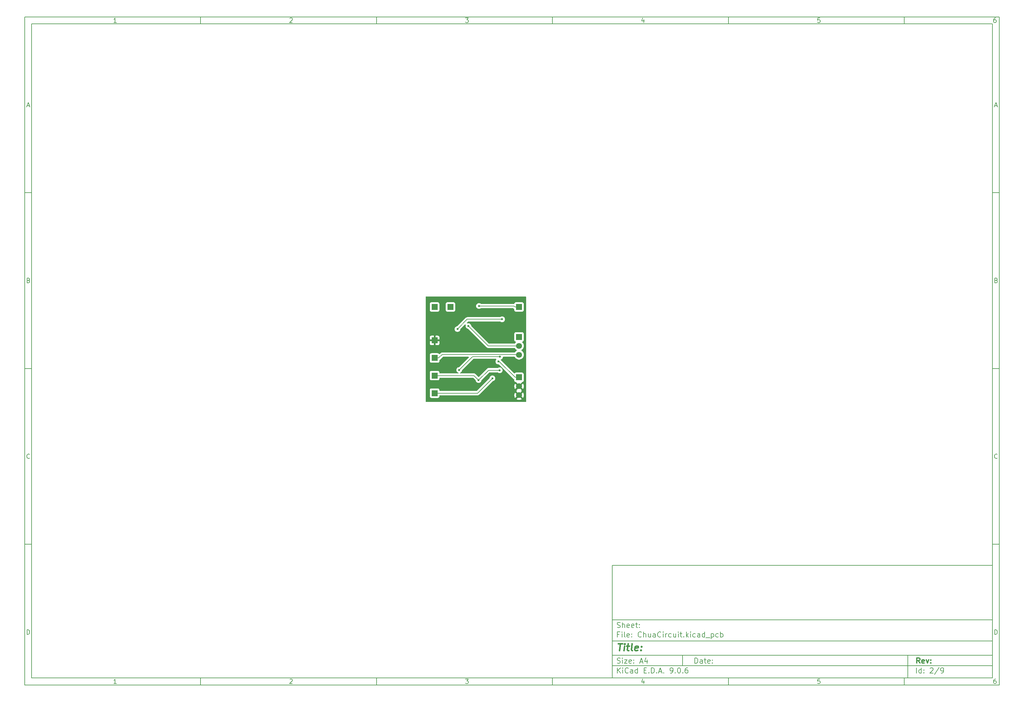
<source format=gbl>
%TF.GenerationSoftware,KiCad,Pcbnew,9.0.6*%
%TF.CreationDate,2025-11-23T22:05:43-07:00*%
%TF.ProjectId,ChuaCircuit,43687561-4369-4726-9375-69742e6b6963,rev?*%
%TF.SameCoordinates,Original*%
%TF.FileFunction,Copper,L2,Bot*%
%TF.FilePolarity,Positive*%
%FSLAX46Y46*%
G04 Gerber Fmt 4.6, Leading zero omitted, Abs format (unit mm)*
G04 Created by KiCad (PCBNEW 9.0.6) date 2025-11-23 22:05:43*
%MOMM*%
%LPD*%
G01*
G04 APERTURE LIST*
%ADD10C,0.100000*%
%ADD11C,0.150000*%
%ADD12C,0.300000*%
%ADD13C,0.400000*%
%TA.AperFunction,ComponentPad*%
%ADD14R,1.700000X1.700000*%
%TD*%
%TA.AperFunction,ComponentPad*%
%ADD15C,1.700000*%
%TD*%
%TA.AperFunction,ViaPad*%
%ADD16C,0.600000*%
%TD*%
%TA.AperFunction,Conductor*%
%ADD17C,0.200000*%
%TD*%
G04 APERTURE END LIST*
D10*
D11*
X177002200Y-166007200D02*
X285002200Y-166007200D01*
X285002200Y-198007200D01*
X177002200Y-198007200D01*
X177002200Y-166007200D01*
D10*
D11*
X10000000Y-10000000D02*
X287002200Y-10000000D01*
X287002200Y-200007200D01*
X10000000Y-200007200D01*
X10000000Y-10000000D01*
D10*
D11*
X12000000Y-12000000D02*
X285002200Y-12000000D01*
X285002200Y-198007200D01*
X12000000Y-198007200D01*
X12000000Y-12000000D01*
D10*
D11*
X60000000Y-12000000D02*
X60000000Y-10000000D01*
D10*
D11*
X110000000Y-12000000D02*
X110000000Y-10000000D01*
D10*
D11*
X160000000Y-12000000D02*
X160000000Y-10000000D01*
D10*
D11*
X210000000Y-12000000D02*
X210000000Y-10000000D01*
D10*
D11*
X260000000Y-12000000D02*
X260000000Y-10000000D01*
D10*
D11*
X36089160Y-11593604D02*
X35346303Y-11593604D01*
X35717731Y-11593604D02*
X35717731Y-10293604D01*
X35717731Y-10293604D02*
X35593922Y-10479319D01*
X35593922Y-10479319D02*
X35470112Y-10603128D01*
X35470112Y-10603128D02*
X35346303Y-10665033D01*
D10*
D11*
X85346303Y-10417414D02*
X85408207Y-10355509D01*
X85408207Y-10355509D02*
X85532017Y-10293604D01*
X85532017Y-10293604D02*
X85841541Y-10293604D01*
X85841541Y-10293604D02*
X85965350Y-10355509D01*
X85965350Y-10355509D02*
X86027255Y-10417414D01*
X86027255Y-10417414D02*
X86089160Y-10541223D01*
X86089160Y-10541223D02*
X86089160Y-10665033D01*
X86089160Y-10665033D02*
X86027255Y-10850747D01*
X86027255Y-10850747D02*
X85284398Y-11593604D01*
X85284398Y-11593604D02*
X86089160Y-11593604D01*
D10*
D11*
X135284398Y-10293604D02*
X136089160Y-10293604D01*
X136089160Y-10293604D02*
X135655826Y-10788842D01*
X135655826Y-10788842D02*
X135841541Y-10788842D01*
X135841541Y-10788842D02*
X135965350Y-10850747D01*
X135965350Y-10850747D02*
X136027255Y-10912652D01*
X136027255Y-10912652D02*
X136089160Y-11036461D01*
X136089160Y-11036461D02*
X136089160Y-11345985D01*
X136089160Y-11345985D02*
X136027255Y-11469795D01*
X136027255Y-11469795D02*
X135965350Y-11531700D01*
X135965350Y-11531700D02*
X135841541Y-11593604D01*
X135841541Y-11593604D02*
X135470112Y-11593604D01*
X135470112Y-11593604D02*
X135346303Y-11531700D01*
X135346303Y-11531700D02*
X135284398Y-11469795D01*
D10*
D11*
X185965350Y-10726938D02*
X185965350Y-11593604D01*
X185655826Y-10231700D02*
X185346303Y-11160271D01*
X185346303Y-11160271D02*
X186151064Y-11160271D01*
D10*
D11*
X236027255Y-10293604D02*
X235408207Y-10293604D01*
X235408207Y-10293604D02*
X235346303Y-10912652D01*
X235346303Y-10912652D02*
X235408207Y-10850747D01*
X235408207Y-10850747D02*
X235532017Y-10788842D01*
X235532017Y-10788842D02*
X235841541Y-10788842D01*
X235841541Y-10788842D02*
X235965350Y-10850747D01*
X235965350Y-10850747D02*
X236027255Y-10912652D01*
X236027255Y-10912652D02*
X236089160Y-11036461D01*
X236089160Y-11036461D02*
X236089160Y-11345985D01*
X236089160Y-11345985D02*
X236027255Y-11469795D01*
X236027255Y-11469795D02*
X235965350Y-11531700D01*
X235965350Y-11531700D02*
X235841541Y-11593604D01*
X235841541Y-11593604D02*
X235532017Y-11593604D01*
X235532017Y-11593604D02*
X235408207Y-11531700D01*
X235408207Y-11531700D02*
X235346303Y-11469795D01*
D10*
D11*
X285965350Y-10293604D02*
X285717731Y-10293604D01*
X285717731Y-10293604D02*
X285593922Y-10355509D01*
X285593922Y-10355509D02*
X285532017Y-10417414D01*
X285532017Y-10417414D02*
X285408207Y-10603128D01*
X285408207Y-10603128D02*
X285346303Y-10850747D01*
X285346303Y-10850747D02*
X285346303Y-11345985D01*
X285346303Y-11345985D02*
X285408207Y-11469795D01*
X285408207Y-11469795D02*
X285470112Y-11531700D01*
X285470112Y-11531700D02*
X285593922Y-11593604D01*
X285593922Y-11593604D02*
X285841541Y-11593604D01*
X285841541Y-11593604D02*
X285965350Y-11531700D01*
X285965350Y-11531700D02*
X286027255Y-11469795D01*
X286027255Y-11469795D02*
X286089160Y-11345985D01*
X286089160Y-11345985D02*
X286089160Y-11036461D01*
X286089160Y-11036461D02*
X286027255Y-10912652D01*
X286027255Y-10912652D02*
X285965350Y-10850747D01*
X285965350Y-10850747D02*
X285841541Y-10788842D01*
X285841541Y-10788842D02*
X285593922Y-10788842D01*
X285593922Y-10788842D02*
X285470112Y-10850747D01*
X285470112Y-10850747D02*
X285408207Y-10912652D01*
X285408207Y-10912652D02*
X285346303Y-11036461D01*
D10*
D11*
X60000000Y-198007200D02*
X60000000Y-200007200D01*
D10*
D11*
X110000000Y-198007200D02*
X110000000Y-200007200D01*
D10*
D11*
X160000000Y-198007200D02*
X160000000Y-200007200D01*
D10*
D11*
X210000000Y-198007200D02*
X210000000Y-200007200D01*
D10*
D11*
X260000000Y-198007200D02*
X260000000Y-200007200D01*
D10*
D11*
X36089160Y-199600804D02*
X35346303Y-199600804D01*
X35717731Y-199600804D02*
X35717731Y-198300804D01*
X35717731Y-198300804D02*
X35593922Y-198486519D01*
X35593922Y-198486519D02*
X35470112Y-198610328D01*
X35470112Y-198610328D02*
X35346303Y-198672233D01*
D10*
D11*
X85346303Y-198424614D02*
X85408207Y-198362709D01*
X85408207Y-198362709D02*
X85532017Y-198300804D01*
X85532017Y-198300804D02*
X85841541Y-198300804D01*
X85841541Y-198300804D02*
X85965350Y-198362709D01*
X85965350Y-198362709D02*
X86027255Y-198424614D01*
X86027255Y-198424614D02*
X86089160Y-198548423D01*
X86089160Y-198548423D02*
X86089160Y-198672233D01*
X86089160Y-198672233D02*
X86027255Y-198857947D01*
X86027255Y-198857947D02*
X85284398Y-199600804D01*
X85284398Y-199600804D02*
X86089160Y-199600804D01*
D10*
D11*
X135284398Y-198300804D02*
X136089160Y-198300804D01*
X136089160Y-198300804D02*
X135655826Y-198796042D01*
X135655826Y-198796042D02*
X135841541Y-198796042D01*
X135841541Y-198796042D02*
X135965350Y-198857947D01*
X135965350Y-198857947D02*
X136027255Y-198919852D01*
X136027255Y-198919852D02*
X136089160Y-199043661D01*
X136089160Y-199043661D02*
X136089160Y-199353185D01*
X136089160Y-199353185D02*
X136027255Y-199476995D01*
X136027255Y-199476995D02*
X135965350Y-199538900D01*
X135965350Y-199538900D02*
X135841541Y-199600804D01*
X135841541Y-199600804D02*
X135470112Y-199600804D01*
X135470112Y-199600804D02*
X135346303Y-199538900D01*
X135346303Y-199538900D02*
X135284398Y-199476995D01*
D10*
D11*
X185965350Y-198734138D02*
X185965350Y-199600804D01*
X185655826Y-198238900D02*
X185346303Y-199167471D01*
X185346303Y-199167471D02*
X186151064Y-199167471D01*
D10*
D11*
X236027255Y-198300804D02*
X235408207Y-198300804D01*
X235408207Y-198300804D02*
X235346303Y-198919852D01*
X235346303Y-198919852D02*
X235408207Y-198857947D01*
X235408207Y-198857947D02*
X235532017Y-198796042D01*
X235532017Y-198796042D02*
X235841541Y-198796042D01*
X235841541Y-198796042D02*
X235965350Y-198857947D01*
X235965350Y-198857947D02*
X236027255Y-198919852D01*
X236027255Y-198919852D02*
X236089160Y-199043661D01*
X236089160Y-199043661D02*
X236089160Y-199353185D01*
X236089160Y-199353185D02*
X236027255Y-199476995D01*
X236027255Y-199476995D02*
X235965350Y-199538900D01*
X235965350Y-199538900D02*
X235841541Y-199600804D01*
X235841541Y-199600804D02*
X235532017Y-199600804D01*
X235532017Y-199600804D02*
X235408207Y-199538900D01*
X235408207Y-199538900D02*
X235346303Y-199476995D01*
D10*
D11*
X285965350Y-198300804D02*
X285717731Y-198300804D01*
X285717731Y-198300804D02*
X285593922Y-198362709D01*
X285593922Y-198362709D02*
X285532017Y-198424614D01*
X285532017Y-198424614D02*
X285408207Y-198610328D01*
X285408207Y-198610328D02*
X285346303Y-198857947D01*
X285346303Y-198857947D02*
X285346303Y-199353185D01*
X285346303Y-199353185D02*
X285408207Y-199476995D01*
X285408207Y-199476995D02*
X285470112Y-199538900D01*
X285470112Y-199538900D02*
X285593922Y-199600804D01*
X285593922Y-199600804D02*
X285841541Y-199600804D01*
X285841541Y-199600804D02*
X285965350Y-199538900D01*
X285965350Y-199538900D02*
X286027255Y-199476995D01*
X286027255Y-199476995D02*
X286089160Y-199353185D01*
X286089160Y-199353185D02*
X286089160Y-199043661D01*
X286089160Y-199043661D02*
X286027255Y-198919852D01*
X286027255Y-198919852D02*
X285965350Y-198857947D01*
X285965350Y-198857947D02*
X285841541Y-198796042D01*
X285841541Y-198796042D02*
X285593922Y-198796042D01*
X285593922Y-198796042D02*
X285470112Y-198857947D01*
X285470112Y-198857947D02*
X285408207Y-198919852D01*
X285408207Y-198919852D02*
X285346303Y-199043661D01*
D10*
D11*
X10000000Y-60000000D02*
X12000000Y-60000000D01*
D10*
D11*
X10000000Y-110000000D02*
X12000000Y-110000000D01*
D10*
D11*
X10000000Y-160000000D02*
X12000000Y-160000000D01*
D10*
D11*
X10690476Y-35222176D02*
X11309523Y-35222176D01*
X10566666Y-35593604D02*
X10999999Y-34293604D01*
X10999999Y-34293604D02*
X11433333Y-35593604D01*
D10*
D11*
X11092857Y-84912652D02*
X11278571Y-84974557D01*
X11278571Y-84974557D02*
X11340476Y-85036461D01*
X11340476Y-85036461D02*
X11402380Y-85160271D01*
X11402380Y-85160271D02*
X11402380Y-85345985D01*
X11402380Y-85345985D02*
X11340476Y-85469795D01*
X11340476Y-85469795D02*
X11278571Y-85531700D01*
X11278571Y-85531700D02*
X11154761Y-85593604D01*
X11154761Y-85593604D02*
X10659523Y-85593604D01*
X10659523Y-85593604D02*
X10659523Y-84293604D01*
X10659523Y-84293604D02*
X11092857Y-84293604D01*
X11092857Y-84293604D02*
X11216666Y-84355509D01*
X11216666Y-84355509D02*
X11278571Y-84417414D01*
X11278571Y-84417414D02*
X11340476Y-84541223D01*
X11340476Y-84541223D02*
X11340476Y-84665033D01*
X11340476Y-84665033D02*
X11278571Y-84788842D01*
X11278571Y-84788842D02*
X11216666Y-84850747D01*
X11216666Y-84850747D02*
X11092857Y-84912652D01*
X11092857Y-84912652D02*
X10659523Y-84912652D01*
D10*
D11*
X11402380Y-135469795D02*
X11340476Y-135531700D01*
X11340476Y-135531700D02*
X11154761Y-135593604D01*
X11154761Y-135593604D02*
X11030952Y-135593604D01*
X11030952Y-135593604D02*
X10845238Y-135531700D01*
X10845238Y-135531700D02*
X10721428Y-135407890D01*
X10721428Y-135407890D02*
X10659523Y-135284080D01*
X10659523Y-135284080D02*
X10597619Y-135036461D01*
X10597619Y-135036461D02*
X10597619Y-134850747D01*
X10597619Y-134850747D02*
X10659523Y-134603128D01*
X10659523Y-134603128D02*
X10721428Y-134479319D01*
X10721428Y-134479319D02*
X10845238Y-134355509D01*
X10845238Y-134355509D02*
X11030952Y-134293604D01*
X11030952Y-134293604D02*
X11154761Y-134293604D01*
X11154761Y-134293604D02*
X11340476Y-134355509D01*
X11340476Y-134355509D02*
X11402380Y-134417414D01*
D10*
D11*
X10659523Y-185593604D02*
X10659523Y-184293604D01*
X10659523Y-184293604D02*
X10969047Y-184293604D01*
X10969047Y-184293604D02*
X11154761Y-184355509D01*
X11154761Y-184355509D02*
X11278571Y-184479319D01*
X11278571Y-184479319D02*
X11340476Y-184603128D01*
X11340476Y-184603128D02*
X11402380Y-184850747D01*
X11402380Y-184850747D02*
X11402380Y-185036461D01*
X11402380Y-185036461D02*
X11340476Y-185284080D01*
X11340476Y-185284080D02*
X11278571Y-185407890D01*
X11278571Y-185407890D02*
X11154761Y-185531700D01*
X11154761Y-185531700D02*
X10969047Y-185593604D01*
X10969047Y-185593604D02*
X10659523Y-185593604D01*
D10*
D11*
X287002200Y-60000000D02*
X285002200Y-60000000D01*
D10*
D11*
X287002200Y-110000000D02*
X285002200Y-110000000D01*
D10*
D11*
X287002200Y-160000000D02*
X285002200Y-160000000D01*
D10*
D11*
X285692676Y-35222176D02*
X286311723Y-35222176D01*
X285568866Y-35593604D02*
X286002199Y-34293604D01*
X286002199Y-34293604D02*
X286435533Y-35593604D01*
D10*
D11*
X286095057Y-84912652D02*
X286280771Y-84974557D01*
X286280771Y-84974557D02*
X286342676Y-85036461D01*
X286342676Y-85036461D02*
X286404580Y-85160271D01*
X286404580Y-85160271D02*
X286404580Y-85345985D01*
X286404580Y-85345985D02*
X286342676Y-85469795D01*
X286342676Y-85469795D02*
X286280771Y-85531700D01*
X286280771Y-85531700D02*
X286156961Y-85593604D01*
X286156961Y-85593604D02*
X285661723Y-85593604D01*
X285661723Y-85593604D02*
X285661723Y-84293604D01*
X285661723Y-84293604D02*
X286095057Y-84293604D01*
X286095057Y-84293604D02*
X286218866Y-84355509D01*
X286218866Y-84355509D02*
X286280771Y-84417414D01*
X286280771Y-84417414D02*
X286342676Y-84541223D01*
X286342676Y-84541223D02*
X286342676Y-84665033D01*
X286342676Y-84665033D02*
X286280771Y-84788842D01*
X286280771Y-84788842D02*
X286218866Y-84850747D01*
X286218866Y-84850747D02*
X286095057Y-84912652D01*
X286095057Y-84912652D02*
X285661723Y-84912652D01*
D10*
D11*
X286404580Y-135469795D02*
X286342676Y-135531700D01*
X286342676Y-135531700D02*
X286156961Y-135593604D01*
X286156961Y-135593604D02*
X286033152Y-135593604D01*
X286033152Y-135593604D02*
X285847438Y-135531700D01*
X285847438Y-135531700D02*
X285723628Y-135407890D01*
X285723628Y-135407890D02*
X285661723Y-135284080D01*
X285661723Y-135284080D02*
X285599819Y-135036461D01*
X285599819Y-135036461D02*
X285599819Y-134850747D01*
X285599819Y-134850747D02*
X285661723Y-134603128D01*
X285661723Y-134603128D02*
X285723628Y-134479319D01*
X285723628Y-134479319D02*
X285847438Y-134355509D01*
X285847438Y-134355509D02*
X286033152Y-134293604D01*
X286033152Y-134293604D02*
X286156961Y-134293604D01*
X286156961Y-134293604D02*
X286342676Y-134355509D01*
X286342676Y-134355509D02*
X286404580Y-134417414D01*
D10*
D11*
X285661723Y-185593604D02*
X285661723Y-184293604D01*
X285661723Y-184293604D02*
X285971247Y-184293604D01*
X285971247Y-184293604D02*
X286156961Y-184355509D01*
X286156961Y-184355509D02*
X286280771Y-184479319D01*
X286280771Y-184479319D02*
X286342676Y-184603128D01*
X286342676Y-184603128D02*
X286404580Y-184850747D01*
X286404580Y-184850747D02*
X286404580Y-185036461D01*
X286404580Y-185036461D02*
X286342676Y-185284080D01*
X286342676Y-185284080D02*
X286280771Y-185407890D01*
X286280771Y-185407890D02*
X286156961Y-185531700D01*
X286156961Y-185531700D02*
X285971247Y-185593604D01*
X285971247Y-185593604D02*
X285661723Y-185593604D01*
D10*
D11*
X200458026Y-193793328D02*
X200458026Y-192293328D01*
X200458026Y-192293328D02*
X200815169Y-192293328D01*
X200815169Y-192293328D02*
X201029455Y-192364757D01*
X201029455Y-192364757D02*
X201172312Y-192507614D01*
X201172312Y-192507614D02*
X201243741Y-192650471D01*
X201243741Y-192650471D02*
X201315169Y-192936185D01*
X201315169Y-192936185D02*
X201315169Y-193150471D01*
X201315169Y-193150471D02*
X201243741Y-193436185D01*
X201243741Y-193436185D02*
X201172312Y-193579042D01*
X201172312Y-193579042D02*
X201029455Y-193721900D01*
X201029455Y-193721900D02*
X200815169Y-193793328D01*
X200815169Y-193793328D02*
X200458026Y-193793328D01*
X202600884Y-193793328D02*
X202600884Y-193007614D01*
X202600884Y-193007614D02*
X202529455Y-192864757D01*
X202529455Y-192864757D02*
X202386598Y-192793328D01*
X202386598Y-192793328D02*
X202100884Y-192793328D01*
X202100884Y-192793328D02*
X201958026Y-192864757D01*
X202600884Y-193721900D02*
X202458026Y-193793328D01*
X202458026Y-193793328D02*
X202100884Y-193793328D01*
X202100884Y-193793328D02*
X201958026Y-193721900D01*
X201958026Y-193721900D02*
X201886598Y-193579042D01*
X201886598Y-193579042D02*
X201886598Y-193436185D01*
X201886598Y-193436185D02*
X201958026Y-193293328D01*
X201958026Y-193293328D02*
X202100884Y-193221900D01*
X202100884Y-193221900D02*
X202458026Y-193221900D01*
X202458026Y-193221900D02*
X202600884Y-193150471D01*
X203100884Y-192793328D02*
X203672312Y-192793328D01*
X203315169Y-192293328D02*
X203315169Y-193579042D01*
X203315169Y-193579042D02*
X203386598Y-193721900D01*
X203386598Y-193721900D02*
X203529455Y-193793328D01*
X203529455Y-193793328D02*
X203672312Y-193793328D01*
X204743741Y-193721900D02*
X204600884Y-193793328D01*
X204600884Y-193793328D02*
X204315170Y-193793328D01*
X204315170Y-193793328D02*
X204172312Y-193721900D01*
X204172312Y-193721900D02*
X204100884Y-193579042D01*
X204100884Y-193579042D02*
X204100884Y-193007614D01*
X204100884Y-193007614D02*
X204172312Y-192864757D01*
X204172312Y-192864757D02*
X204315170Y-192793328D01*
X204315170Y-192793328D02*
X204600884Y-192793328D01*
X204600884Y-192793328D02*
X204743741Y-192864757D01*
X204743741Y-192864757D02*
X204815170Y-193007614D01*
X204815170Y-193007614D02*
X204815170Y-193150471D01*
X204815170Y-193150471D02*
X204100884Y-193293328D01*
X205458026Y-193650471D02*
X205529455Y-193721900D01*
X205529455Y-193721900D02*
X205458026Y-193793328D01*
X205458026Y-193793328D02*
X205386598Y-193721900D01*
X205386598Y-193721900D02*
X205458026Y-193650471D01*
X205458026Y-193650471D02*
X205458026Y-193793328D01*
X205458026Y-192864757D02*
X205529455Y-192936185D01*
X205529455Y-192936185D02*
X205458026Y-193007614D01*
X205458026Y-193007614D02*
X205386598Y-192936185D01*
X205386598Y-192936185D02*
X205458026Y-192864757D01*
X205458026Y-192864757D02*
X205458026Y-193007614D01*
D10*
D11*
X177002200Y-194507200D02*
X285002200Y-194507200D01*
D10*
D11*
X178458026Y-196593328D02*
X178458026Y-195093328D01*
X179315169Y-196593328D02*
X178672312Y-195736185D01*
X179315169Y-195093328D02*
X178458026Y-195950471D01*
X179958026Y-196593328D02*
X179958026Y-195593328D01*
X179958026Y-195093328D02*
X179886598Y-195164757D01*
X179886598Y-195164757D02*
X179958026Y-195236185D01*
X179958026Y-195236185D02*
X180029455Y-195164757D01*
X180029455Y-195164757D02*
X179958026Y-195093328D01*
X179958026Y-195093328D02*
X179958026Y-195236185D01*
X181529455Y-196450471D02*
X181458027Y-196521900D01*
X181458027Y-196521900D02*
X181243741Y-196593328D01*
X181243741Y-196593328D02*
X181100884Y-196593328D01*
X181100884Y-196593328D02*
X180886598Y-196521900D01*
X180886598Y-196521900D02*
X180743741Y-196379042D01*
X180743741Y-196379042D02*
X180672312Y-196236185D01*
X180672312Y-196236185D02*
X180600884Y-195950471D01*
X180600884Y-195950471D02*
X180600884Y-195736185D01*
X180600884Y-195736185D02*
X180672312Y-195450471D01*
X180672312Y-195450471D02*
X180743741Y-195307614D01*
X180743741Y-195307614D02*
X180886598Y-195164757D01*
X180886598Y-195164757D02*
X181100884Y-195093328D01*
X181100884Y-195093328D02*
X181243741Y-195093328D01*
X181243741Y-195093328D02*
X181458027Y-195164757D01*
X181458027Y-195164757D02*
X181529455Y-195236185D01*
X182815170Y-196593328D02*
X182815170Y-195807614D01*
X182815170Y-195807614D02*
X182743741Y-195664757D01*
X182743741Y-195664757D02*
X182600884Y-195593328D01*
X182600884Y-195593328D02*
X182315170Y-195593328D01*
X182315170Y-195593328D02*
X182172312Y-195664757D01*
X182815170Y-196521900D02*
X182672312Y-196593328D01*
X182672312Y-196593328D02*
X182315170Y-196593328D01*
X182315170Y-196593328D02*
X182172312Y-196521900D01*
X182172312Y-196521900D02*
X182100884Y-196379042D01*
X182100884Y-196379042D02*
X182100884Y-196236185D01*
X182100884Y-196236185D02*
X182172312Y-196093328D01*
X182172312Y-196093328D02*
X182315170Y-196021900D01*
X182315170Y-196021900D02*
X182672312Y-196021900D01*
X182672312Y-196021900D02*
X182815170Y-195950471D01*
X184172313Y-196593328D02*
X184172313Y-195093328D01*
X184172313Y-196521900D02*
X184029455Y-196593328D01*
X184029455Y-196593328D02*
X183743741Y-196593328D01*
X183743741Y-196593328D02*
X183600884Y-196521900D01*
X183600884Y-196521900D02*
X183529455Y-196450471D01*
X183529455Y-196450471D02*
X183458027Y-196307614D01*
X183458027Y-196307614D02*
X183458027Y-195879042D01*
X183458027Y-195879042D02*
X183529455Y-195736185D01*
X183529455Y-195736185D02*
X183600884Y-195664757D01*
X183600884Y-195664757D02*
X183743741Y-195593328D01*
X183743741Y-195593328D02*
X184029455Y-195593328D01*
X184029455Y-195593328D02*
X184172313Y-195664757D01*
X186029455Y-195807614D02*
X186529455Y-195807614D01*
X186743741Y-196593328D02*
X186029455Y-196593328D01*
X186029455Y-196593328D02*
X186029455Y-195093328D01*
X186029455Y-195093328D02*
X186743741Y-195093328D01*
X187386598Y-196450471D02*
X187458027Y-196521900D01*
X187458027Y-196521900D02*
X187386598Y-196593328D01*
X187386598Y-196593328D02*
X187315170Y-196521900D01*
X187315170Y-196521900D02*
X187386598Y-196450471D01*
X187386598Y-196450471D02*
X187386598Y-196593328D01*
X188100884Y-196593328D02*
X188100884Y-195093328D01*
X188100884Y-195093328D02*
X188458027Y-195093328D01*
X188458027Y-195093328D02*
X188672313Y-195164757D01*
X188672313Y-195164757D02*
X188815170Y-195307614D01*
X188815170Y-195307614D02*
X188886599Y-195450471D01*
X188886599Y-195450471D02*
X188958027Y-195736185D01*
X188958027Y-195736185D02*
X188958027Y-195950471D01*
X188958027Y-195950471D02*
X188886599Y-196236185D01*
X188886599Y-196236185D02*
X188815170Y-196379042D01*
X188815170Y-196379042D02*
X188672313Y-196521900D01*
X188672313Y-196521900D02*
X188458027Y-196593328D01*
X188458027Y-196593328D02*
X188100884Y-196593328D01*
X189600884Y-196450471D02*
X189672313Y-196521900D01*
X189672313Y-196521900D02*
X189600884Y-196593328D01*
X189600884Y-196593328D02*
X189529456Y-196521900D01*
X189529456Y-196521900D02*
X189600884Y-196450471D01*
X189600884Y-196450471D02*
X189600884Y-196593328D01*
X190243742Y-196164757D02*
X190958028Y-196164757D01*
X190100885Y-196593328D02*
X190600885Y-195093328D01*
X190600885Y-195093328D02*
X191100885Y-196593328D01*
X191600884Y-196450471D02*
X191672313Y-196521900D01*
X191672313Y-196521900D02*
X191600884Y-196593328D01*
X191600884Y-196593328D02*
X191529456Y-196521900D01*
X191529456Y-196521900D02*
X191600884Y-196450471D01*
X191600884Y-196450471D02*
X191600884Y-196593328D01*
X193529456Y-196593328D02*
X193815170Y-196593328D01*
X193815170Y-196593328D02*
X193958027Y-196521900D01*
X193958027Y-196521900D02*
X194029456Y-196450471D01*
X194029456Y-196450471D02*
X194172313Y-196236185D01*
X194172313Y-196236185D02*
X194243742Y-195950471D01*
X194243742Y-195950471D02*
X194243742Y-195379042D01*
X194243742Y-195379042D02*
X194172313Y-195236185D01*
X194172313Y-195236185D02*
X194100885Y-195164757D01*
X194100885Y-195164757D02*
X193958027Y-195093328D01*
X193958027Y-195093328D02*
X193672313Y-195093328D01*
X193672313Y-195093328D02*
X193529456Y-195164757D01*
X193529456Y-195164757D02*
X193458027Y-195236185D01*
X193458027Y-195236185D02*
X193386599Y-195379042D01*
X193386599Y-195379042D02*
X193386599Y-195736185D01*
X193386599Y-195736185D02*
X193458027Y-195879042D01*
X193458027Y-195879042D02*
X193529456Y-195950471D01*
X193529456Y-195950471D02*
X193672313Y-196021900D01*
X193672313Y-196021900D02*
X193958027Y-196021900D01*
X193958027Y-196021900D02*
X194100885Y-195950471D01*
X194100885Y-195950471D02*
X194172313Y-195879042D01*
X194172313Y-195879042D02*
X194243742Y-195736185D01*
X194886598Y-196450471D02*
X194958027Y-196521900D01*
X194958027Y-196521900D02*
X194886598Y-196593328D01*
X194886598Y-196593328D02*
X194815170Y-196521900D01*
X194815170Y-196521900D02*
X194886598Y-196450471D01*
X194886598Y-196450471D02*
X194886598Y-196593328D01*
X195886599Y-195093328D02*
X196029456Y-195093328D01*
X196029456Y-195093328D02*
X196172313Y-195164757D01*
X196172313Y-195164757D02*
X196243742Y-195236185D01*
X196243742Y-195236185D02*
X196315170Y-195379042D01*
X196315170Y-195379042D02*
X196386599Y-195664757D01*
X196386599Y-195664757D02*
X196386599Y-196021900D01*
X196386599Y-196021900D02*
X196315170Y-196307614D01*
X196315170Y-196307614D02*
X196243742Y-196450471D01*
X196243742Y-196450471D02*
X196172313Y-196521900D01*
X196172313Y-196521900D02*
X196029456Y-196593328D01*
X196029456Y-196593328D02*
X195886599Y-196593328D01*
X195886599Y-196593328D02*
X195743742Y-196521900D01*
X195743742Y-196521900D02*
X195672313Y-196450471D01*
X195672313Y-196450471D02*
X195600884Y-196307614D01*
X195600884Y-196307614D02*
X195529456Y-196021900D01*
X195529456Y-196021900D02*
X195529456Y-195664757D01*
X195529456Y-195664757D02*
X195600884Y-195379042D01*
X195600884Y-195379042D02*
X195672313Y-195236185D01*
X195672313Y-195236185D02*
X195743742Y-195164757D01*
X195743742Y-195164757D02*
X195886599Y-195093328D01*
X197029455Y-196450471D02*
X197100884Y-196521900D01*
X197100884Y-196521900D02*
X197029455Y-196593328D01*
X197029455Y-196593328D02*
X196958027Y-196521900D01*
X196958027Y-196521900D02*
X197029455Y-196450471D01*
X197029455Y-196450471D02*
X197029455Y-196593328D01*
X198386599Y-195093328D02*
X198100884Y-195093328D01*
X198100884Y-195093328D02*
X197958027Y-195164757D01*
X197958027Y-195164757D02*
X197886599Y-195236185D01*
X197886599Y-195236185D02*
X197743741Y-195450471D01*
X197743741Y-195450471D02*
X197672313Y-195736185D01*
X197672313Y-195736185D02*
X197672313Y-196307614D01*
X197672313Y-196307614D02*
X197743741Y-196450471D01*
X197743741Y-196450471D02*
X197815170Y-196521900D01*
X197815170Y-196521900D02*
X197958027Y-196593328D01*
X197958027Y-196593328D02*
X198243741Y-196593328D01*
X198243741Y-196593328D02*
X198386599Y-196521900D01*
X198386599Y-196521900D02*
X198458027Y-196450471D01*
X198458027Y-196450471D02*
X198529456Y-196307614D01*
X198529456Y-196307614D02*
X198529456Y-195950471D01*
X198529456Y-195950471D02*
X198458027Y-195807614D01*
X198458027Y-195807614D02*
X198386599Y-195736185D01*
X198386599Y-195736185D02*
X198243741Y-195664757D01*
X198243741Y-195664757D02*
X197958027Y-195664757D01*
X197958027Y-195664757D02*
X197815170Y-195736185D01*
X197815170Y-195736185D02*
X197743741Y-195807614D01*
X197743741Y-195807614D02*
X197672313Y-195950471D01*
D10*
D11*
X177002200Y-191507200D02*
X285002200Y-191507200D01*
D10*
D12*
X264413853Y-193785528D02*
X263913853Y-193071242D01*
X263556710Y-193785528D02*
X263556710Y-192285528D01*
X263556710Y-192285528D02*
X264128139Y-192285528D01*
X264128139Y-192285528D02*
X264270996Y-192356957D01*
X264270996Y-192356957D02*
X264342425Y-192428385D01*
X264342425Y-192428385D02*
X264413853Y-192571242D01*
X264413853Y-192571242D02*
X264413853Y-192785528D01*
X264413853Y-192785528D02*
X264342425Y-192928385D01*
X264342425Y-192928385D02*
X264270996Y-192999814D01*
X264270996Y-192999814D02*
X264128139Y-193071242D01*
X264128139Y-193071242D02*
X263556710Y-193071242D01*
X265628139Y-193714100D02*
X265485282Y-193785528D01*
X265485282Y-193785528D02*
X265199568Y-193785528D01*
X265199568Y-193785528D02*
X265056710Y-193714100D01*
X265056710Y-193714100D02*
X264985282Y-193571242D01*
X264985282Y-193571242D02*
X264985282Y-192999814D01*
X264985282Y-192999814D02*
X265056710Y-192856957D01*
X265056710Y-192856957D02*
X265199568Y-192785528D01*
X265199568Y-192785528D02*
X265485282Y-192785528D01*
X265485282Y-192785528D02*
X265628139Y-192856957D01*
X265628139Y-192856957D02*
X265699568Y-192999814D01*
X265699568Y-192999814D02*
X265699568Y-193142671D01*
X265699568Y-193142671D02*
X264985282Y-193285528D01*
X266199567Y-192785528D02*
X266556710Y-193785528D01*
X266556710Y-193785528D02*
X266913853Y-192785528D01*
X267485281Y-193642671D02*
X267556710Y-193714100D01*
X267556710Y-193714100D02*
X267485281Y-193785528D01*
X267485281Y-193785528D02*
X267413853Y-193714100D01*
X267413853Y-193714100D02*
X267485281Y-193642671D01*
X267485281Y-193642671D02*
X267485281Y-193785528D01*
X267485281Y-192856957D02*
X267556710Y-192928385D01*
X267556710Y-192928385D02*
X267485281Y-192999814D01*
X267485281Y-192999814D02*
X267413853Y-192928385D01*
X267413853Y-192928385D02*
X267485281Y-192856957D01*
X267485281Y-192856957D02*
X267485281Y-192999814D01*
D10*
D11*
X178386598Y-193721900D02*
X178600884Y-193793328D01*
X178600884Y-193793328D02*
X178958026Y-193793328D01*
X178958026Y-193793328D02*
X179100884Y-193721900D01*
X179100884Y-193721900D02*
X179172312Y-193650471D01*
X179172312Y-193650471D02*
X179243741Y-193507614D01*
X179243741Y-193507614D02*
X179243741Y-193364757D01*
X179243741Y-193364757D02*
X179172312Y-193221900D01*
X179172312Y-193221900D02*
X179100884Y-193150471D01*
X179100884Y-193150471D02*
X178958026Y-193079042D01*
X178958026Y-193079042D02*
X178672312Y-193007614D01*
X178672312Y-193007614D02*
X178529455Y-192936185D01*
X178529455Y-192936185D02*
X178458026Y-192864757D01*
X178458026Y-192864757D02*
X178386598Y-192721900D01*
X178386598Y-192721900D02*
X178386598Y-192579042D01*
X178386598Y-192579042D02*
X178458026Y-192436185D01*
X178458026Y-192436185D02*
X178529455Y-192364757D01*
X178529455Y-192364757D02*
X178672312Y-192293328D01*
X178672312Y-192293328D02*
X179029455Y-192293328D01*
X179029455Y-192293328D02*
X179243741Y-192364757D01*
X179886597Y-193793328D02*
X179886597Y-192793328D01*
X179886597Y-192293328D02*
X179815169Y-192364757D01*
X179815169Y-192364757D02*
X179886597Y-192436185D01*
X179886597Y-192436185D02*
X179958026Y-192364757D01*
X179958026Y-192364757D02*
X179886597Y-192293328D01*
X179886597Y-192293328D02*
X179886597Y-192436185D01*
X180458026Y-192793328D02*
X181243741Y-192793328D01*
X181243741Y-192793328D02*
X180458026Y-193793328D01*
X180458026Y-193793328D02*
X181243741Y-193793328D01*
X182386598Y-193721900D02*
X182243741Y-193793328D01*
X182243741Y-193793328D02*
X181958027Y-193793328D01*
X181958027Y-193793328D02*
X181815169Y-193721900D01*
X181815169Y-193721900D02*
X181743741Y-193579042D01*
X181743741Y-193579042D02*
X181743741Y-193007614D01*
X181743741Y-193007614D02*
X181815169Y-192864757D01*
X181815169Y-192864757D02*
X181958027Y-192793328D01*
X181958027Y-192793328D02*
X182243741Y-192793328D01*
X182243741Y-192793328D02*
X182386598Y-192864757D01*
X182386598Y-192864757D02*
X182458027Y-193007614D01*
X182458027Y-193007614D02*
X182458027Y-193150471D01*
X182458027Y-193150471D02*
X181743741Y-193293328D01*
X183100883Y-193650471D02*
X183172312Y-193721900D01*
X183172312Y-193721900D02*
X183100883Y-193793328D01*
X183100883Y-193793328D02*
X183029455Y-193721900D01*
X183029455Y-193721900D02*
X183100883Y-193650471D01*
X183100883Y-193650471D02*
X183100883Y-193793328D01*
X183100883Y-192864757D02*
X183172312Y-192936185D01*
X183172312Y-192936185D02*
X183100883Y-193007614D01*
X183100883Y-193007614D02*
X183029455Y-192936185D01*
X183029455Y-192936185D02*
X183100883Y-192864757D01*
X183100883Y-192864757D02*
X183100883Y-193007614D01*
X184886598Y-193364757D02*
X185600884Y-193364757D01*
X184743741Y-193793328D02*
X185243741Y-192293328D01*
X185243741Y-192293328D02*
X185743741Y-193793328D01*
X186886598Y-192793328D02*
X186886598Y-193793328D01*
X186529455Y-192221900D02*
X186172312Y-193293328D01*
X186172312Y-193293328D02*
X187100883Y-193293328D01*
D10*
D11*
X263458026Y-196593328D02*
X263458026Y-195093328D01*
X264815170Y-196593328D02*
X264815170Y-195093328D01*
X264815170Y-196521900D02*
X264672312Y-196593328D01*
X264672312Y-196593328D02*
X264386598Y-196593328D01*
X264386598Y-196593328D02*
X264243741Y-196521900D01*
X264243741Y-196521900D02*
X264172312Y-196450471D01*
X264172312Y-196450471D02*
X264100884Y-196307614D01*
X264100884Y-196307614D02*
X264100884Y-195879042D01*
X264100884Y-195879042D02*
X264172312Y-195736185D01*
X264172312Y-195736185D02*
X264243741Y-195664757D01*
X264243741Y-195664757D02*
X264386598Y-195593328D01*
X264386598Y-195593328D02*
X264672312Y-195593328D01*
X264672312Y-195593328D02*
X264815170Y-195664757D01*
X265529455Y-196450471D02*
X265600884Y-196521900D01*
X265600884Y-196521900D02*
X265529455Y-196593328D01*
X265529455Y-196593328D02*
X265458027Y-196521900D01*
X265458027Y-196521900D02*
X265529455Y-196450471D01*
X265529455Y-196450471D02*
X265529455Y-196593328D01*
X265529455Y-195664757D02*
X265600884Y-195736185D01*
X265600884Y-195736185D02*
X265529455Y-195807614D01*
X265529455Y-195807614D02*
X265458027Y-195736185D01*
X265458027Y-195736185D02*
X265529455Y-195664757D01*
X265529455Y-195664757D02*
X265529455Y-195807614D01*
X267315170Y-195236185D02*
X267386598Y-195164757D01*
X267386598Y-195164757D02*
X267529456Y-195093328D01*
X267529456Y-195093328D02*
X267886598Y-195093328D01*
X267886598Y-195093328D02*
X268029456Y-195164757D01*
X268029456Y-195164757D02*
X268100884Y-195236185D01*
X268100884Y-195236185D02*
X268172313Y-195379042D01*
X268172313Y-195379042D02*
X268172313Y-195521900D01*
X268172313Y-195521900D02*
X268100884Y-195736185D01*
X268100884Y-195736185D02*
X267243741Y-196593328D01*
X267243741Y-196593328D02*
X268172313Y-196593328D01*
X269886598Y-195021900D02*
X268600884Y-196950471D01*
X270458027Y-196593328D02*
X270743741Y-196593328D01*
X270743741Y-196593328D02*
X270886598Y-196521900D01*
X270886598Y-196521900D02*
X270958027Y-196450471D01*
X270958027Y-196450471D02*
X271100884Y-196236185D01*
X271100884Y-196236185D02*
X271172313Y-195950471D01*
X271172313Y-195950471D02*
X271172313Y-195379042D01*
X271172313Y-195379042D02*
X271100884Y-195236185D01*
X271100884Y-195236185D02*
X271029456Y-195164757D01*
X271029456Y-195164757D02*
X270886598Y-195093328D01*
X270886598Y-195093328D02*
X270600884Y-195093328D01*
X270600884Y-195093328D02*
X270458027Y-195164757D01*
X270458027Y-195164757D02*
X270386598Y-195236185D01*
X270386598Y-195236185D02*
X270315170Y-195379042D01*
X270315170Y-195379042D02*
X270315170Y-195736185D01*
X270315170Y-195736185D02*
X270386598Y-195879042D01*
X270386598Y-195879042D02*
X270458027Y-195950471D01*
X270458027Y-195950471D02*
X270600884Y-196021900D01*
X270600884Y-196021900D02*
X270886598Y-196021900D01*
X270886598Y-196021900D02*
X271029456Y-195950471D01*
X271029456Y-195950471D02*
X271100884Y-195879042D01*
X271100884Y-195879042D02*
X271172313Y-195736185D01*
D10*
D11*
X177002200Y-187507200D02*
X285002200Y-187507200D01*
D10*
D13*
X178693928Y-188211638D02*
X179836785Y-188211638D01*
X179015357Y-190211638D02*
X179265357Y-188211638D01*
X180253452Y-190211638D02*
X180420119Y-188878304D01*
X180503452Y-188211638D02*
X180396309Y-188306876D01*
X180396309Y-188306876D02*
X180479643Y-188402114D01*
X180479643Y-188402114D02*
X180586786Y-188306876D01*
X180586786Y-188306876D02*
X180503452Y-188211638D01*
X180503452Y-188211638D02*
X180479643Y-188402114D01*
X181086786Y-188878304D02*
X181848690Y-188878304D01*
X181455833Y-188211638D02*
X181241548Y-189925923D01*
X181241548Y-189925923D02*
X181312976Y-190116400D01*
X181312976Y-190116400D02*
X181491548Y-190211638D01*
X181491548Y-190211638D02*
X181682024Y-190211638D01*
X182634405Y-190211638D02*
X182455833Y-190116400D01*
X182455833Y-190116400D02*
X182384405Y-189925923D01*
X182384405Y-189925923D02*
X182598690Y-188211638D01*
X184170119Y-190116400D02*
X183967738Y-190211638D01*
X183967738Y-190211638D02*
X183586785Y-190211638D01*
X183586785Y-190211638D02*
X183408214Y-190116400D01*
X183408214Y-190116400D02*
X183336785Y-189925923D01*
X183336785Y-189925923D02*
X183432024Y-189164019D01*
X183432024Y-189164019D02*
X183551071Y-188973542D01*
X183551071Y-188973542D02*
X183753452Y-188878304D01*
X183753452Y-188878304D02*
X184134404Y-188878304D01*
X184134404Y-188878304D02*
X184312976Y-188973542D01*
X184312976Y-188973542D02*
X184384404Y-189164019D01*
X184384404Y-189164019D02*
X184360595Y-189354495D01*
X184360595Y-189354495D02*
X183384404Y-189544971D01*
X185134405Y-190021161D02*
X185217738Y-190116400D01*
X185217738Y-190116400D02*
X185110595Y-190211638D01*
X185110595Y-190211638D02*
X185027262Y-190116400D01*
X185027262Y-190116400D02*
X185134405Y-190021161D01*
X185134405Y-190021161D02*
X185110595Y-190211638D01*
X185265357Y-188973542D02*
X185348690Y-189068780D01*
X185348690Y-189068780D02*
X185241548Y-189164019D01*
X185241548Y-189164019D02*
X185158214Y-189068780D01*
X185158214Y-189068780D02*
X185265357Y-188973542D01*
X185265357Y-188973542D02*
X185241548Y-189164019D01*
D10*
D11*
X178958026Y-185607614D02*
X178458026Y-185607614D01*
X178458026Y-186393328D02*
X178458026Y-184893328D01*
X178458026Y-184893328D02*
X179172312Y-184893328D01*
X179743740Y-186393328D02*
X179743740Y-185393328D01*
X179743740Y-184893328D02*
X179672312Y-184964757D01*
X179672312Y-184964757D02*
X179743740Y-185036185D01*
X179743740Y-185036185D02*
X179815169Y-184964757D01*
X179815169Y-184964757D02*
X179743740Y-184893328D01*
X179743740Y-184893328D02*
X179743740Y-185036185D01*
X180672312Y-186393328D02*
X180529455Y-186321900D01*
X180529455Y-186321900D02*
X180458026Y-186179042D01*
X180458026Y-186179042D02*
X180458026Y-184893328D01*
X181815169Y-186321900D02*
X181672312Y-186393328D01*
X181672312Y-186393328D02*
X181386598Y-186393328D01*
X181386598Y-186393328D02*
X181243740Y-186321900D01*
X181243740Y-186321900D02*
X181172312Y-186179042D01*
X181172312Y-186179042D02*
X181172312Y-185607614D01*
X181172312Y-185607614D02*
X181243740Y-185464757D01*
X181243740Y-185464757D02*
X181386598Y-185393328D01*
X181386598Y-185393328D02*
X181672312Y-185393328D01*
X181672312Y-185393328D02*
X181815169Y-185464757D01*
X181815169Y-185464757D02*
X181886598Y-185607614D01*
X181886598Y-185607614D02*
X181886598Y-185750471D01*
X181886598Y-185750471D02*
X181172312Y-185893328D01*
X182529454Y-186250471D02*
X182600883Y-186321900D01*
X182600883Y-186321900D02*
X182529454Y-186393328D01*
X182529454Y-186393328D02*
X182458026Y-186321900D01*
X182458026Y-186321900D02*
X182529454Y-186250471D01*
X182529454Y-186250471D02*
X182529454Y-186393328D01*
X182529454Y-185464757D02*
X182600883Y-185536185D01*
X182600883Y-185536185D02*
X182529454Y-185607614D01*
X182529454Y-185607614D02*
X182458026Y-185536185D01*
X182458026Y-185536185D02*
X182529454Y-185464757D01*
X182529454Y-185464757D02*
X182529454Y-185607614D01*
X185243740Y-186250471D02*
X185172312Y-186321900D01*
X185172312Y-186321900D02*
X184958026Y-186393328D01*
X184958026Y-186393328D02*
X184815169Y-186393328D01*
X184815169Y-186393328D02*
X184600883Y-186321900D01*
X184600883Y-186321900D02*
X184458026Y-186179042D01*
X184458026Y-186179042D02*
X184386597Y-186036185D01*
X184386597Y-186036185D02*
X184315169Y-185750471D01*
X184315169Y-185750471D02*
X184315169Y-185536185D01*
X184315169Y-185536185D02*
X184386597Y-185250471D01*
X184386597Y-185250471D02*
X184458026Y-185107614D01*
X184458026Y-185107614D02*
X184600883Y-184964757D01*
X184600883Y-184964757D02*
X184815169Y-184893328D01*
X184815169Y-184893328D02*
X184958026Y-184893328D01*
X184958026Y-184893328D02*
X185172312Y-184964757D01*
X185172312Y-184964757D02*
X185243740Y-185036185D01*
X185886597Y-186393328D02*
X185886597Y-184893328D01*
X186529455Y-186393328D02*
X186529455Y-185607614D01*
X186529455Y-185607614D02*
X186458026Y-185464757D01*
X186458026Y-185464757D02*
X186315169Y-185393328D01*
X186315169Y-185393328D02*
X186100883Y-185393328D01*
X186100883Y-185393328D02*
X185958026Y-185464757D01*
X185958026Y-185464757D02*
X185886597Y-185536185D01*
X187886598Y-185393328D02*
X187886598Y-186393328D01*
X187243740Y-185393328D02*
X187243740Y-186179042D01*
X187243740Y-186179042D02*
X187315169Y-186321900D01*
X187315169Y-186321900D02*
X187458026Y-186393328D01*
X187458026Y-186393328D02*
X187672312Y-186393328D01*
X187672312Y-186393328D02*
X187815169Y-186321900D01*
X187815169Y-186321900D02*
X187886598Y-186250471D01*
X189243741Y-186393328D02*
X189243741Y-185607614D01*
X189243741Y-185607614D02*
X189172312Y-185464757D01*
X189172312Y-185464757D02*
X189029455Y-185393328D01*
X189029455Y-185393328D02*
X188743741Y-185393328D01*
X188743741Y-185393328D02*
X188600883Y-185464757D01*
X189243741Y-186321900D02*
X189100883Y-186393328D01*
X189100883Y-186393328D02*
X188743741Y-186393328D01*
X188743741Y-186393328D02*
X188600883Y-186321900D01*
X188600883Y-186321900D02*
X188529455Y-186179042D01*
X188529455Y-186179042D02*
X188529455Y-186036185D01*
X188529455Y-186036185D02*
X188600883Y-185893328D01*
X188600883Y-185893328D02*
X188743741Y-185821900D01*
X188743741Y-185821900D02*
X189100883Y-185821900D01*
X189100883Y-185821900D02*
X189243741Y-185750471D01*
X190815169Y-186250471D02*
X190743741Y-186321900D01*
X190743741Y-186321900D02*
X190529455Y-186393328D01*
X190529455Y-186393328D02*
X190386598Y-186393328D01*
X190386598Y-186393328D02*
X190172312Y-186321900D01*
X190172312Y-186321900D02*
X190029455Y-186179042D01*
X190029455Y-186179042D02*
X189958026Y-186036185D01*
X189958026Y-186036185D02*
X189886598Y-185750471D01*
X189886598Y-185750471D02*
X189886598Y-185536185D01*
X189886598Y-185536185D02*
X189958026Y-185250471D01*
X189958026Y-185250471D02*
X190029455Y-185107614D01*
X190029455Y-185107614D02*
X190172312Y-184964757D01*
X190172312Y-184964757D02*
X190386598Y-184893328D01*
X190386598Y-184893328D02*
X190529455Y-184893328D01*
X190529455Y-184893328D02*
X190743741Y-184964757D01*
X190743741Y-184964757D02*
X190815169Y-185036185D01*
X191458026Y-186393328D02*
X191458026Y-185393328D01*
X191458026Y-184893328D02*
X191386598Y-184964757D01*
X191386598Y-184964757D02*
X191458026Y-185036185D01*
X191458026Y-185036185D02*
X191529455Y-184964757D01*
X191529455Y-184964757D02*
X191458026Y-184893328D01*
X191458026Y-184893328D02*
X191458026Y-185036185D01*
X192172312Y-186393328D02*
X192172312Y-185393328D01*
X192172312Y-185679042D02*
X192243741Y-185536185D01*
X192243741Y-185536185D02*
X192315170Y-185464757D01*
X192315170Y-185464757D02*
X192458027Y-185393328D01*
X192458027Y-185393328D02*
X192600884Y-185393328D01*
X193743741Y-186321900D02*
X193600883Y-186393328D01*
X193600883Y-186393328D02*
X193315169Y-186393328D01*
X193315169Y-186393328D02*
X193172312Y-186321900D01*
X193172312Y-186321900D02*
X193100883Y-186250471D01*
X193100883Y-186250471D02*
X193029455Y-186107614D01*
X193029455Y-186107614D02*
X193029455Y-185679042D01*
X193029455Y-185679042D02*
X193100883Y-185536185D01*
X193100883Y-185536185D02*
X193172312Y-185464757D01*
X193172312Y-185464757D02*
X193315169Y-185393328D01*
X193315169Y-185393328D02*
X193600883Y-185393328D01*
X193600883Y-185393328D02*
X193743741Y-185464757D01*
X195029455Y-185393328D02*
X195029455Y-186393328D01*
X194386597Y-185393328D02*
X194386597Y-186179042D01*
X194386597Y-186179042D02*
X194458026Y-186321900D01*
X194458026Y-186321900D02*
X194600883Y-186393328D01*
X194600883Y-186393328D02*
X194815169Y-186393328D01*
X194815169Y-186393328D02*
X194958026Y-186321900D01*
X194958026Y-186321900D02*
X195029455Y-186250471D01*
X195743740Y-186393328D02*
X195743740Y-185393328D01*
X195743740Y-184893328D02*
X195672312Y-184964757D01*
X195672312Y-184964757D02*
X195743740Y-185036185D01*
X195743740Y-185036185D02*
X195815169Y-184964757D01*
X195815169Y-184964757D02*
X195743740Y-184893328D01*
X195743740Y-184893328D02*
X195743740Y-185036185D01*
X196243741Y-185393328D02*
X196815169Y-185393328D01*
X196458026Y-184893328D02*
X196458026Y-186179042D01*
X196458026Y-186179042D02*
X196529455Y-186321900D01*
X196529455Y-186321900D02*
X196672312Y-186393328D01*
X196672312Y-186393328D02*
X196815169Y-186393328D01*
X197315169Y-186250471D02*
X197386598Y-186321900D01*
X197386598Y-186321900D02*
X197315169Y-186393328D01*
X197315169Y-186393328D02*
X197243741Y-186321900D01*
X197243741Y-186321900D02*
X197315169Y-186250471D01*
X197315169Y-186250471D02*
X197315169Y-186393328D01*
X198029455Y-186393328D02*
X198029455Y-184893328D01*
X198172313Y-185821900D02*
X198600884Y-186393328D01*
X198600884Y-185393328D02*
X198029455Y-185964757D01*
X199243741Y-186393328D02*
X199243741Y-185393328D01*
X199243741Y-184893328D02*
X199172313Y-184964757D01*
X199172313Y-184964757D02*
X199243741Y-185036185D01*
X199243741Y-185036185D02*
X199315170Y-184964757D01*
X199315170Y-184964757D02*
X199243741Y-184893328D01*
X199243741Y-184893328D02*
X199243741Y-185036185D01*
X200600885Y-186321900D02*
X200458027Y-186393328D01*
X200458027Y-186393328D02*
X200172313Y-186393328D01*
X200172313Y-186393328D02*
X200029456Y-186321900D01*
X200029456Y-186321900D02*
X199958027Y-186250471D01*
X199958027Y-186250471D02*
X199886599Y-186107614D01*
X199886599Y-186107614D02*
X199886599Y-185679042D01*
X199886599Y-185679042D02*
X199958027Y-185536185D01*
X199958027Y-185536185D02*
X200029456Y-185464757D01*
X200029456Y-185464757D02*
X200172313Y-185393328D01*
X200172313Y-185393328D02*
X200458027Y-185393328D01*
X200458027Y-185393328D02*
X200600885Y-185464757D01*
X201886599Y-186393328D02*
X201886599Y-185607614D01*
X201886599Y-185607614D02*
X201815170Y-185464757D01*
X201815170Y-185464757D02*
X201672313Y-185393328D01*
X201672313Y-185393328D02*
X201386599Y-185393328D01*
X201386599Y-185393328D02*
X201243741Y-185464757D01*
X201886599Y-186321900D02*
X201743741Y-186393328D01*
X201743741Y-186393328D02*
X201386599Y-186393328D01*
X201386599Y-186393328D02*
X201243741Y-186321900D01*
X201243741Y-186321900D02*
X201172313Y-186179042D01*
X201172313Y-186179042D02*
X201172313Y-186036185D01*
X201172313Y-186036185D02*
X201243741Y-185893328D01*
X201243741Y-185893328D02*
X201386599Y-185821900D01*
X201386599Y-185821900D02*
X201743741Y-185821900D01*
X201743741Y-185821900D02*
X201886599Y-185750471D01*
X203243742Y-186393328D02*
X203243742Y-184893328D01*
X203243742Y-186321900D02*
X203100884Y-186393328D01*
X203100884Y-186393328D02*
X202815170Y-186393328D01*
X202815170Y-186393328D02*
X202672313Y-186321900D01*
X202672313Y-186321900D02*
X202600884Y-186250471D01*
X202600884Y-186250471D02*
X202529456Y-186107614D01*
X202529456Y-186107614D02*
X202529456Y-185679042D01*
X202529456Y-185679042D02*
X202600884Y-185536185D01*
X202600884Y-185536185D02*
X202672313Y-185464757D01*
X202672313Y-185464757D02*
X202815170Y-185393328D01*
X202815170Y-185393328D02*
X203100884Y-185393328D01*
X203100884Y-185393328D02*
X203243742Y-185464757D01*
X203600885Y-186536185D02*
X204743742Y-186536185D01*
X205100884Y-185393328D02*
X205100884Y-186893328D01*
X205100884Y-185464757D02*
X205243742Y-185393328D01*
X205243742Y-185393328D02*
X205529456Y-185393328D01*
X205529456Y-185393328D02*
X205672313Y-185464757D01*
X205672313Y-185464757D02*
X205743742Y-185536185D01*
X205743742Y-185536185D02*
X205815170Y-185679042D01*
X205815170Y-185679042D02*
X205815170Y-186107614D01*
X205815170Y-186107614D02*
X205743742Y-186250471D01*
X205743742Y-186250471D02*
X205672313Y-186321900D01*
X205672313Y-186321900D02*
X205529456Y-186393328D01*
X205529456Y-186393328D02*
X205243742Y-186393328D01*
X205243742Y-186393328D02*
X205100884Y-186321900D01*
X207100885Y-186321900D02*
X206958027Y-186393328D01*
X206958027Y-186393328D02*
X206672313Y-186393328D01*
X206672313Y-186393328D02*
X206529456Y-186321900D01*
X206529456Y-186321900D02*
X206458027Y-186250471D01*
X206458027Y-186250471D02*
X206386599Y-186107614D01*
X206386599Y-186107614D02*
X206386599Y-185679042D01*
X206386599Y-185679042D02*
X206458027Y-185536185D01*
X206458027Y-185536185D02*
X206529456Y-185464757D01*
X206529456Y-185464757D02*
X206672313Y-185393328D01*
X206672313Y-185393328D02*
X206958027Y-185393328D01*
X206958027Y-185393328D02*
X207100885Y-185464757D01*
X207743741Y-186393328D02*
X207743741Y-184893328D01*
X207743741Y-185464757D02*
X207886599Y-185393328D01*
X207886599Y-185393328D02*
X208172313Y-185393328D01*
X208172313Y-185393328D02*
X208315170Y-185464757D01*
X208315170Y-185464757D02*
X208386599Y-185536185D01*
X208386599Y-185536185D02*
X208458027Y-185679042D01*
X208458027Y-185679042D02*
X208458027Y-186107614D01*
X208458027Y-186107614D02*
X208386599Y-186250471D01*
X208386599Y-186250471D02*
X208315170Y-186321900D01*
X208315170Y-186321900D02*
X208172313Y-186393328D01*
X208172313Y-186393328D02*
X207886599Y-186393328D01*
X207886599Y-186393328D02*
X207743741Y-186321900D01*
D10*
D11*
X177002200Y-181507200D02*
X285002200Y-181507200D01*
D10*
D11*
X178386598Y-183621900D02*
X178600884Y-183693328D01*
X178600884Y-183693328D02*
X178958026Y-183693328D01*
X178958026Y-183693328D02*
X179100884Y-183621900D01*
X179100884Y-183621900D02*
X179172312Y-183550471D01*
X179172312Y-183550471D02*
X179243741Y-183407614D01*
X179243741Y-183407614D02*
X179243741Y-183264757D01*
X179243741Y-183264757D02*
X179172312Y-183121900D01*
X179172312Y-183121900D02*
X179100884Y-183050471D01*
X179100884Y-183050471D02*
X178958026Y-182979042D01*
X178958026Y-182979042D02*
X178672312Y-182907614D01*
X178672312Y-182907614D02*
X178529455Y-182836185D01*
X178529455Y-182836185D02*
X178458026Y-182764757D01*
X178458026Y-182764757D02*
X178386598Y-182621900D01*
X178386598Y-182621900D02*
X178386598Y-182479042D01*
X178386598Y-182479042D02*
X178458026Y-182336185D01*
X178458026Y-182336185D02*
X178529455Y-182264757D01*
X178529455Y-182264757D02*
X178672312Y-182193328D01*
X178672312Y-182193328D02*
X179029455Y-182193328D01*
X179029455Y-182193328D02*
X179243741Y-182264757D01*
X179886597Y-183693328D02*
X179886597Y-182193328D01*
X180529455Y-183693328D02*
X180529455Y-182907614D01*
X180529455Y-182907614D02*
X180458026Y-182764757D01*
X180458026Y-182764757D02*
X180315169Y-182693328D01*
X180315169Y-182693328D02*
X180100883Y-182693328D01*
X180100883Y-182693328D02*
X179958026Y-182764757D01*
X179958026Y-182764757D02*
X179886597Y-182836185D01*
X181815169Y-183621900D02*
X181672312Y-183693328D01*
X181672312Y-183693328D02*
X181386598Y-183693328D01*
X181386598Y-183693328D02*
X181243740Y-183621900D01*
X181243740Y-183621900D02*
X181172312Y-183479042D01*
X181172312Y-183479042D02*
X181172312Y-182907614D01*
X181172312Y-182907614D02*
X181243740Y-182764757D01*
X181243740Y-182764757D02*
X181386598Y-182693328D01*
X181386598Y-182693328D02*
X181672312Y-182693328D01*
X181672312Y-182693328D02*
X181815169Y-182764757D01*
X181815169Y-182764757D02*
X181886598Y-182907614D01*
X181886598Y-182907614D02*
X181886598Y-183050471D01*
X181886598Y-183050471D02*
X181172312Y-183193328D01*
X183100883Y-183621900D02*
X182958026Y-183693328D01*
X182958026Y-183693328D02*
X182672312Y-183693328D01*
X182672312Y-183693328D02*
X182529454Y-183621900D01*
X182529454Y-183621900D02*
X182458026Y-183479042D01*
X182458026Y-183479042D02*
X182458026Y-182907614D01*
X182458026Y-182907614D02*
X182529454Y-182764757D01*
X182529454Y-182764757D02*
X182672312Y-182693328D01*
X182672312Y-182693328D02*
X182958026Y-182693328D01*
X182958026Y-182693328D02*
X183100883Y-182764757D01*
X183100883Y-182764757D02*
X183172312Y-182907614D01*
X183172312Y-182907614D02*
X183172312Y-183050471D01*
X183172312Y-183050471D02*
X182458026Y-183193328D01*
X183600883Y-182693328D02*
X184172311Y-182693328D01*
X183815168Y-182193328D02*
X183815168Y-183479042D01*
X183815168Y-183479042D02*
X183886597Y-183621900D01*
X183886597Y-183621900D02*
X184029454Y-183693328D01*
X184029454Y-183693328D02*
X184172311Y-183693328D01*
X184672311Y-183550471D02*
X184743740Y-183621900D01*
X184743740Y-183621900D02*
X184672311Y-183693328D01*
X184672311Y-183693328D02*
X184600883Y-183621900D01*
X184600883Y-183621900D02*
X184672311Y-183550471D01*
X184672311Y-183550471D02*
X184672311Y-183693328D01*
X184672311Y-182764757D02*
X184743740Y-182836185D01*
X184743740Y-182836185D02*
X184672311Y-182907614D01*
X184672311Y-182907614D02*
X184600883Y-182836185D01*
X184600883Y-182836185D02*
X184672311Y-182764757D01*
X184672311Y-182764757D02*
X184672311Y-182907614D01*
D10*
D11*
X197002200Y-191507200D02*
X197002200Y-194507200D01*
D10*
D11*
X261002200Y-191507200D02*
X261002200Y-198007200D01*
D14*
X126500000Y-102000000D03*
X150500000Y-92500000D03*
X131000000Y-92500000D03*
X150500000Y-101000000D03*
D15*
X150500000Y-103540000D03*
X150500000Y-106080000D03*
D14*
X126500000Y-112000000D03*
X150500000Y-112500000D03*
D15*
X150500000Y-115040000D03*
X150500000Y-117580000D03*
D14*
X126500000Y-92500000D03*
X126500000Y-117000000D03*
X126500000Y-107000000D03*
D16*
X139099800Y-92213000D03*
X139000000Y-113293600D03*
X145000000Y-110483400D03*
X145089900Y-106649900D03*
X133500700Y-110415000D03*
X144629500Y-108000000D03*
X136096400Y-97899300D03*
X142922900Y-112783700D03*
X130020800Y-96931400D03*
X133006600Y-98774600D03*
X145675000Y-95990600D03*
D17*
X149061300Y-92213000D02*
X149348300Y-92500000D01*
X139099800Y-92213000D02*
X149061300Y-92213000D01*
X150500000Y-92500000D02*
X149348300Y-92500000D01*
X137706400Y-112000000D02*
X139000000Y-113293600D01*
X126500000Y-112000000D02*
X137706400Y-112000000D01*
X141810200Y-110483400D02*
X139000000Y-113293600D01*
X145000000Y-110483400D02*
X141810200Y-110483400D01*
X137265800Y-106649900D02*
X133500700Y-110415000D01*
X145089900Y-106649900D02*
X137265800Y-106649900D01*
X144848300Y-108000000D02*
X144629500Y-108000000D01*
X149348300Y-112500000D02*
X144848300Y-108000000D01*
X150500000Y-112500000D02*
X149348300Y-112500000D01*
X126500000Y-107000000D02*
X127651700Y-107000000D01*
X128603500Y-106048200D02*
X127651700Y-107000000D01*
X150468200Y-106048200D02*
X128603500Y-106048200D01*
X150500000Y-106080000D02*
X150468200Y-106048200D01*
X141737100Y-103540000D02*
X150500000Y-103540000D01*
X136096400Y-97899300D02*
X141737100Y-103540000D01*
X138706600Y-117000000D02*
X142922900Y-112783700D01*
X126500000Y-117000000D02*
X138706600Y-117000000D01*
X130020800Y-97327500D02*
X130020800Y-96931400D01*
X126500000Y-100848300D02*
X130020800Y-97327500D01*
X126500000Y-102000000D02*
X126500000Y-100848300D01*
X135790600Y-95990600D02*
X133006600Y-98774600D01*
X145675000Y-95990600D02*
X135790600Y-95990600D01*
%TA.AperFunction,Conductor*%
G36*
X152442539Y-89520185D02*
G01*
X152488294Y-89572989D01*
X152499500Y-89624500D01*
X152499500Y-119375500D01*
X152479815Y-119442539D01*
X152427011Y-119488294D01*
X152375500Y-119499500D01*
X124124500Y-119499500D01*
X124057461Y-119479815D01*
X124011706Y-119427011D01*
X124000500Y-119375500D01*
X124000500Y-116102135D01*
X125149500Y-116102135D01*
X125149500Y-117897870D01*
X125149501Y-117897876D01*
X125155908Y-117957483D01*
X125206202Y-118092328D01*
X125206206Y-118092335D01*
X125292452Y-118207544D01*
X125292455Y-118207547D01*
X125407664Y-118293793D01*
X125407671Y-118293797D01*
X125542517Y-118344091D01*
X125542516Y-118344091D01*
X125549444Y-118344835D01*
X125602127Y-118350500D01*
X127397872Y-118350499D01*
X127457483Y-118344091D01*
X127592331Y-118293796D01*
X127707546Y-118207546D01*
X127793796Y-118092331D01*
X127844091Y-117957483D01*
X127850500Y-117897873D01*
X127850500Y-117724500D01*
X127870185Y-117657461D01*
X127922989Y-117611706D01*
X127974500Y-117600500D01*
X138619931Y-117600500D01*
X138619947Y-117600501D01*
X138627543Y-117600501D01*
X138785654Y-117600501D01*
X138785657Y-117600501D01*
X138938385Y-117559577D01*
X138988504Y-117530639D01*
X139075316Y-117480520D01*
X139187120Y-117368716D01*
X139187121Y-117368713D01*
X142937564Y-113618271D01*
X142998885Y-113584788D01*
X143001052Y-113584337D01*
X143001741Y-113584200D01*
X143001742Y-113584200D01*
X143156397Y-113553437D01*
X143302079Y-113493094D01*
X143433189Y-113405489D01*
X143544689Y-113293989D01*
X143632294Y-113162879D01*
X143692637Y-113017197D01*
X143723400Y-112862542D01*
X143723400Y-112704858D01*
X143723400Y-112704855D01*
X143723399Y-112704853D01*
X143704871Y-112611706D01*
X143692637Y-112550203D01*
X143692635Y-112550198D01*
X143632297Y-112404527D01*
X143632290Y-112404514D01*
X143544689Y-112273411D01*
X143544686Y-112273407D01*
X143433192Y-112161913D01*
X143433188Y-112161910D01*
X143302085Y-112074309D01*
X143302072Y-112074302D01*
X143156401Y-112013964D01*
X143156389Y-112013961D01*
X143001745Y-111983200D01*
X143001742Y-111983200D01*
X142844058Y-111983200D01*
X142844055Y-111983200D01*
X142689410Y-112013961D01*
X142689398Y-112013964D01*
X142543727Y-112074302D01*
X142543714Y-112074309D01*
X142412611Y-112161910D01*
X142412607Y-112161913D01*
X142301113Y-112273407D01*
X142301110Y-112273411D01*
X142213509Y-112404514D01*
X142213502Y-112404527D01*
X142153164Y-112550198D01*
X142153161Y-112550208D01*
X142122262Y-112705548D01*
X142089877Y-112767459D01*
X142088326Y-112769037D01*
X138494184Y-116363181D01*
X138432861Y-116396666D01*
X138406503Y-116399500D01*
X127974499Y-116399500D01*
X127907460Y-116379815D01*
X127861705Y-116327011D01*
X127850499Y-116275500D01*
X127850499Y-116102129D01*
X127850498Y-116102123D01*
X127850497Y-116102116D01*
X127844091Y-116042517D01*
X127793796Y-115907669D01*
X127793795Y-115907668D01*
X127793793Y-115907664D01*
X127707547Y-115792455D01*
X127707544Y-115792452D01*
X127592335Y-115706206D01*
X127592328Y-115706202D01*
X127457482Y-115655908D01*
X127457483Y-115655908D01*
X127397883Y-115649501D01*
X127397881Y-115649500D01*
X127397873Y-115649500D01*
X127397864Y-115649500D01*
X125602129Y-115649500D01*
X125602123Y-115649501D01*
X125542516Y-115655908D01*
X125407671Y-115706202D01*
X125407664Y-115706206D01*
X125292455Y-115792452D01*
X125292452Y-115792455D01*
X125206206Y-115907664D01*
X125206202Y-115907671D01*
X125155908Y-116042517D01*
X125149501Y-116102116D01*
X125149501Y-116102123D01*
X125149500Y-116102135D01*
X124000500Y-116102135D01*
X124000500Y-106102135D01*
X125149500Y-106102135D01*
X125149500Y-107897870D01*
X125149501Y-107897876D01*
X125155908Y-107957483D01*
X125206202Y-108092328D01*
X125206206Y-108092335D01*
X125292452Y-108207544D01*
X125292455Y-108207547D01*
X125407664Y-108293793D01*
X125407671Y-108293797D01*
X125542517Y-108344091D01*
X125542516Y-108344091D01*
X125549444Y-108344835D01*
X125602127Y-108350500D01*
X127397872Y-108350499D01*
X127457483Y-108344091D01*
X127592331Y-108293796D01*
X127707546Y-108207546D01*
X127793796Y-108092331D01*
X127844091Y-107957483D01*
X127850500Y-107897873D01*
X127850499Y-107650211D01*
X127870183Y-107583173D01*
X127912497Y-107542826D01*
X127952933Y-107519481D01*
X128020416Y-107480520D01*
X128132220Y-107368716D01*
X128132220Y-107368714D01*
X128142424Y-107358511D01*
X128142427Y-107358506D01*
X128815916Y-106685019D01*
X128877239Y-106651534D01*
X128903597Y-106648700D01*
X136118403Y-106648700D01*
X136185442Y-106668385D01*
X136231197Y-106721189D01*
X136241141Y-106790347D01*
X136212116Y-106853903D01*
X136206084Y-106860381D01*
X133486039Y-109580425D01*
X133424716Y-109613910D01*
X133422550Y-109614361D01*
X133267208Y-109645261D01*
X133267198Y-109645264D01*
X133121527Y-109705602D01*
X133121514Y-109705609D01*
X132990411Y-109793210D01*
X132990407Y-109793213D01*
X132878913Y-109904707D01*
X132878910Y-109904711D01*
X132791309Y-110035814D01*
X132791302Y-110035827D01*
X132730964Y-110181498D01*
X132730961Y-110181510D01*
X132700200Y-110336153D01*
X132700200Y-110493846D01*
X132730961Y-110648489D01*
X132730964Y-110648501D01*
X132791302Y-110794172D01*
X132791309Y-110794185D01*
X132878910Y-110925288D01*
X132878913Y-110925292D01*
X132990407Y-111036786D01*
X132990411Y-111036789D01*
X133121514Y-111124390D01*
X133121527Y-111124397D01*
X133209748Y-111160939D01*
X133264152Y-111204780D01*
X133286217Y-111271074D01*
X133268938Y-111338773D01*
X133217801Y-111386384D01*
X133162296Y-111399500D01*
X127974499Y-111399500D01*
X127907460Y-111379815D01*
X127861705Y-111327011D01*
X127850499Y-111275500D01*
X127850499Y-111102129D01*
X127850498Y-111102123D01*
X127850497Y-111102116D01*
X127844091Y-111042517D01*
X127841953Y-111036786D01*
X127793797Y-110907671D01*
X127793793Y-110907664D01*
X127707547Y-110792455D01*
X127707544Y-110792452D01*
X127592335Y-110706206D01*
X127592328Y-110706202D01*
X127457482Y-110655908D01*
X127457483Y-110655908D01*
X127397883Y-110649501D01*
X127397881Y-110649500D01*
X127397873Y-110649500D01*
X127397864Y-110649500D01*
X125602129Y-110649500D01*
X125602123Y-110649501D01*
X125542516Y-110655908D01*
X125407671Y-110706202D01*
X125407664Y-110706206D01*
X125292455Y-110792452D01*
X125292452Y-110792455D01*
X125206206Y-110907664D01*
X125206202Y-110907671D01*
X125155908Y-111042517D01*
X125151155Y-111086734D01*
X125149501Y-111102123D01*
X125149500Y-111102135D01*
X125149500Y-112897870D01*
X125149501Y-112897876D01*
X125155908Y-112957483D01*
X125206202Y-113092328D01*
X125206206Y-113092335D01*
X125292452Y-113207544D01*
X125292455Y-113207547D01*
X125407664Y-113293793D01*
X125407671Y-113293797D01*
X125542517Y-113344091D01*
X125542516Y-113344091D01*
X125549444Y-113344835D01*
X125602127Y-113350500D01*
X127397872Y-113350499D01*
X127457483Y-113344091D01*
X127592331Y-113293796D01*
X127707546Y-113207546D01*
X127793796Y-113092331D01*
X127844091Y-112957483D01*
X127850500Y-112897873D01*
X127850500Y-112724500D01*
X127870185Y-112657461D01*
X127922989Y-112611706D01*
X127974500Y-112600500D01*
X137406303Y-112600500D01*
X137473342Y-112620185D01*
X137493984Y-112636819D01*
X138165425Y-113308260D01*
X138198910Y-113369583D01*
X138199361Y-113371749D01*
X138230261Y-113527091D01*
X138230264Y-113527101D01*
X138290602Y-113672772D01*
X138290609Y-113672785D01*
X138378210Y-113803888D01*
X138378213Y-113803892D01*
X138489707Y-113915386D01*
X138489711Y-113915389D01*
X138620814Y-114002990D01*
X138620827Y-114002997D01*
X138766498Y-114063335D01*
X138766503Y-114063337D01*
X138921153Y-114094099D01*
X138921156Y-114094100D01*
X138921158Y-114094100D01*
X139078844Y-114094100D01*
X139078845Y-114094099D01*
X139233497Y-114063337D01*
X139379179Y-114002994D01*
X139510289Y-113915389D01*
X139621789Y-113803889D01*
X139709394Y-113672779D01*
X139769737Y-113527097D01*
X139789113Y-113429685D01*
X139800638Y-113371750D01*
X139833023Y-113309839D01*
X139834518Y-113308316D01*
X142022616Y-111120219D01*
X142083939Y-111086734D01*
X142110297Y-111083900D01*
X144420234Y-111083900D01*
X144487273Y-111103585D01*
X144489125Y-111104798D01*
X144620814Y-111192790D01*
X144620827Y-111192797D01*
X144766498Y-111253135D01*
X144766503Y-111253137D01*
X144878929Y-111275500D01*
X144921153Y-111283899D01*
X144921156Y-111283900D01*
X144921158Y-111283900D01*
X145078844Y-111283900D01*
X145078845Y-111283899D01*
X145233497Y-111253137D01*
X145350242Y-111204780D01*
X145379172Y-111192797D01*
X145379172Y-111192796D01*
X145379179Y-111192794D01*
X145510289Y-111105189D01*
X145621789Y-110993689D01*
X145709394Y-110862579D01*
X145769737Y-110716897D01*
X145800500Y-110562242D01*
X145800500Y-110404558D01*
X145800500Y-110404555D01*
X145800499Y-110404553D01*
X145769738Y-110249910D01*
X145769737Y-110249903D01*
X145713728Y-110114684D01*
X145709397Y-110104227D01*
X145709390Y-110104214D01*
X145622468Y-109974127D01*
X145622467Y-109974126D01*
X145621789Y-109973111D01*
X145510289Y-109861611D01*
X145509273Y-109860932D01*
X145509272Y-109860931D01*
X145379185Y-109774009D01*
X145379172Y-109774002D01*
X145233501Y-109713664D01*
X145233489Y-109713661D01*
X145078845Y-109682900D01*
X145078842Y-109682900D01*
X144921158Y-109682900D01*
X144921155Y-109682900D01*
X144766510Y-109713661D01*
X144766498Y-109713664D01*
X144620827Y-109774002D01*
X144620814Y-109774009D01*
X144489125Y-109862002D01*
X144422447Y-109882880D01*
X144420234Y-109882900D01*
X141896869Y-109882900D01*
X141896853Y-109882899D01*
X141889257Y-109882899D01*
X141731143Y-109882899D01*
X141623787Y-109911665D01*
X141578410Y-109923824D01*
X141578409Y-109923825D01*
X141528296Y-109952759D01*
X141528295Y-109952760D01*
X141493046Y-109973111D01*
X141441485Y-110002879D01*
X141441482Y-110002881D01*
X141329678Y-110114686D01*
X139087680Y-112356683D01*
X139026357Y-112390168D01*
X138956665Y-112385184D01*
X138912320Y-112356684D01*
X138193989Y-111638354D01*
X138193988Y-111638352D01*
X138075117Y-111519481D01*
X138075116Y-111519480D01*
X137988304Y-111469360D01*
X137988304Y-111469359D01*
X137988300Y-111469358D01*
X137938185Y-111440423D01*
X137785457Y-111399499D01*
X137627343Y-111399499D01*
X137619747Y-111399499D01*
X137619731Y-111399500D01*
X133839104Y-111399500D01*
X133772065Y-111379815D01*
X133726310Y-111327011D01*
X133716366Y-111257853D01*
X133745391Y-111194297D01*
X133791652Y-111160939D01*
X133879872Y-111124397D01*
X133879872Y-111124396D01*
X133879879Y-111124394D01*
X134010989Y-111036789D01*
X134122489Y-110925289D01*
X134210094Y-110794179D01*
X134270437Y-110648497D01*
X134289813Y-110551085D01*
X134301338Y-110493150D01*
X134333723Y-110431239D01*
X134335218Y-110429716D01*
X137478216Y-107286719D01*
X137539539Y-107253234D01*
X137565897Y-107250400D01*
X143947659Y-107250400D01*
X144014698Y-107270085D01*
X144060453Y-107322889D01*
X144070397Y-107392047D01*
X144041372Y-107455603D01*
X144035340Y-107462081D01*
X144007713Y-107489707D01*
X144007710Y-107489711D01*
X143920109Y-107620814D01*
X143920102Y-107620827D01*
X143859764Y-107766498D01*
X143859761Y-107766510D01*
X143829000Y-107921153D01*
X143829000Y-108078846D01*
X143859761Y-108233489D01*
X143859764Y-108233501D01*
X143920102Y-108379172D01*
X143920109Y-108379185D01*
X144007710Y-108510288D01*
X144007713Y-108510292D01*
X144119207Y-108621786D01*
X144119211Y-108621789D01*
X144250314Y-108709390D01*
X144250327Y-108709397D01*
X144395998Y-108769735D01*
X144396003Y-108769737D01*
X144539578Y-108798296D01*
X144550653Y-108800499D01*
X144550656Y-108800500D01*
X144550658Y-108800500D01*
X144708339Y-108800500D01*
X144708342Y-108800500D01*
X144719419Y-108798296D01*
X144789007Y-108804519D01*
X144831296Y-108832231D01*
X148863439Y-112864374D01*
X148863449Y-112864385D01*
X148867779Y-112868715D01*
X148867780Y-112868716D01*
X148979584Y-112980520D01*
X149043111Y-113017197D01*
X149087500Y-113042825D01*
X149135716Y-113093392D01*
X149149500Y-113150212D01*
X149149500Y-113397869D01*
X149149501Y-113397876D01*
X149155908Y-113457483D01*
X149206202Y-113592328D01*
X149206206Y-113592335D01*
X149292452Y-113707544D01*
X149292455Y-113707547D01*
X149407664Y-113793793D01*
X149407671Y-113793797D01*
X149434738Y-113803892D01*
X149542517Y-113844091D01*
X149602127Y-113850500D01*
X149612685Y-113850499D01*
X149679723Y-113870179D01*
X149700372Y-113886818D01*
X150370591Y-114557037D01*
X150307007Y-114574075D01*
X150192993Y-114639901D01*
X150099901Y-114732993D01*
X150034075Y-114847007D01*
X150017037Y-114910591D01*
X149384728Y-114278282D01*
X149384727Y-114278282D01*
X149345380Y-114332439D01*
X149248904Y-114521782D01*
X149183242Y-114723869D01*
X149183242Y-114723872D01*
X149150000Y-114933753D01*
X149150000Y-115146246D01*
X149183242Y-115356127D01*
X149183242Y-115356130D01*
X149248904Y-115558217D01*
X149345375Y-115747550D01*
X149384728Y-115801716D01*
X150017037Y-115169408D01*
X150034075Y-115232993D01*
X150099901Y-115347007D01*
X150192993Y-115440099D01*
X150307007Y-115505925D01*
X150370590Y-115522962D01*
X149738282Y-116155269D01*
X149738282Y-116155270D01*
X149792452Y-116194626D01*
X149802048Y-116199516D01*
X149852844Y-116247491D01*
X149869638Y-116315312D01*
X149847100Y-116381447D01*
X149802051Y-116420483D01*
X149792440Y-116425380D01*
X149738282Y-116464727D01*
X149738282Y-116464728D01*
X150370591Y-117097037D01*
X150307007Y-117114075D01*
X150192993Y-117179901D01*
X150099901Y-117272993D01*
X150034075Y-117387007D01*
X150017037Y-117450591D01*
X149384728Y-116818282D01*
X149384727Y-116818282D01*
X149345380Y-116872439D01*
X149248904Y-117061782D01*
X149183242Y-117263869D01*
X149183242Y-117263872D01*
X149150000Y-117473753D01*
X149150000Y-117686246D01*
X149183242Y-117896127D01*
X149183242Y-117896130D01*
X149248904Y-118098217D01*
X149345375Y-118287550D01*
X149384728Y-118341716D01*
X150017037Y-117709408D01*
X150034075Y-117772993D01*
X150099901Y-117887007D01*
X150192993Y-117980099D01*
X150307007Y-118045925D01*
X150370590Y-118062962D01*
X149738282Y-118695269D01*
X149738282Y-118695270D01*
X149792449Y-118734624D01*
X149981782Y-118831095D01*
X150183870Y-118896757D01*
X150393754Y-118930000D01*
X150606246Y-118930000D01*
X150816127Y-118896757D01*
X150816130Y-118896757D01*
X151018217Y-118831095D01*
X151207554Y-118734622D01*
X151261716Y-118695270D01*
X151261717Y-118695270D01*
X150629408Y-118062962D01*
X150692993Y-118045925D01*
X150807007Y-117980099D01*
X150900099Y-117887007D01*
X150965925Y-117772993D01*
X150982962Y-117709409D01*
X151615270Y-118341717D01*
X151615270Y-118341716D01*
X151654622Y-118287554D01*
X151751095Y-118098217D01*
X151816757Y-117896130D01*
X151816757Y-117896127D01*
X151850000Y-117686246D01*
X151850000Y-117473753D01*
X151816757Y-117263872D01*
X151816757Y-117263869D01*
X151751095Y-117061782D01*
X151654624Y-116872449D01*
X151615270Y-116818282D01*
X151615269Y-116818282D01*
X150982962Y-117450590D01*
X150965925Y-117387007D01*
X150900099Y-117272993D01*
X150807007Y-117179901D01*
X150692993Y-117114075D01*
X150629409Y-117097037D01*
X151261716Y-116464728D01*
X151207550Y-116425375D01*
X151197954Y-116420486D01*
X151147157Y-116372512D01*
X151130361Y-116304692D01*
X151152897Y-116238556D01*
X151197954Y-116199514D01*
X151207554Y-116194622D01*
X151261716Y-116155270D01*
X151261717Y-116155270D01*
X150629408Y-115522962D01*
X150692993Y-115505925D01*
X150807007Y-115440099D01*
X150900099Y-115347007D01*
X150965925Y-115232993D01*
X150982962Y-115169409D01*
X151615270Y-115801717D01*
X151615270Y-115801716D01*
X151654622Y-115747554D01*
X151751095Y-115558217D01*
X151816757Y-115356130D01*
X151816757Y-115356127D01*
X151850000Y-115146246D01*
X151850000Y-114933753D01*
X151816757Y-114723872D01*
X151816757Y-114723869D01*
X151751095Y-114521782D01*
X151654624Y-114332449D01*
X151615270Y-114278282D01*
X151615269Y-114278282D01*
X150982962Y-114910590D01*
X150965925Y-114847007D01*
X150900099Y-114732993D01*
X150807007Y-114639901D01*
X150692993Y-114574075D01*
X150629409Y-114557037D01*
X151299627Y-113886818D01*
X151360950Y-113853333D01*
X151387307Y-113850499D01*
X151397872Y-113850499D01*
X151457483Y-113844091D01*
X151592331Y-113793796D01*
X151707546Y-113707546D01*
X151793796Y-113592331D01*
X151844091Y-113457483D01*
X151850500Y-113397873D01*
X151850499Y-111602128D01*
X151844091Y-111542517D01*
X151835498Y-111519479D01*
X151793797Y-111407671D01*
X151793793Y-111407664D01*
X151707547Y-111292455D01*
X151707544Y-111292452D01*
X151592335Y-111206206D01*
X151592328Y-111206202D01*
X151457482Y-111155908D01*
X151457483Y-111155908D01*
X151397883Y-111149501D01*
X151397881Y-111149500D01*
X151397873Y-111149500D01*
X151397864Y-111149500D01*
X149602129Y-111149500D01*
X149602123Y-111149501D01*
X149542516Y-111155908D01*
X149407671Y-111206202D01*
X149407664Y-111206206D01*
X149292455Y-111292452D01*
X149248722Y-111350871D01*
X149192787Y-111392742D01*
X149123095Y-111397725D01*
X149061775Y-111364240D01*
X145370857Y-107673322D01*
X145351439Y-107648137D01*
X145347198Y-107640869D01*
X145338894Y-107620821D01*
X145312094Y-107580712D01*
X145310194Y-107577456D01*
X145302669Y-107547055D01*
X145293313Y-107517174D01*
X145294343Y-107513417D01*
X145293407Y-107509633D01*
X145303513Y-107479989D01*
X145311797Y-107449794D01*
X145314696Y-107447189D01*
X145315954Y-107443501D01*
X145340476Y-107424031D01*
X145363776Y-107403103D01*
X145369796Y-107400417D01*
X145469079Y-107359294D01*
X145600189Y-107271689D01*
X145711689Y-107160189D01*
X145799294Y-107029079D01*
X145859637Y-106883397D01*
X145878649Y-106787819D01*
X145886469Y-106748508D01*
X145918854Y-106686597D01*
X145979570Y-106652023D01*
X146008086Y-106648700D01*
X149198078Y-106648700D01*
X149265117Y-106668385D01*
X149308563Y-106716405D01*
X149344951Y-106787819D01*
X149469890Y-106959786D01*
X149620213Y-107110109D01*
X149792179Y-107235048D01*
X149792181Y-107235049D01*
X149792184Y-107235051D01*
X149981588Y-107331557D01*
X150183757Y-107397246D01*
X150393713Y-107430500D01*
X150393714Y-107430500D01*
X150606286Y-107430500D01*
X150606287Y-107430500D01*
X150816243Y-107397246D01*
X151018412Y-107331557D01*
X151207816Y-107235051D01*
X151229789Y-107219086D01*
X151379786Y-107110109D01*
X151379788Y-107110106D01*
X151379792Y-107110104D01*
X151530104Y-106959792D01*
X151530106Y-106959788D01*
X151530109Y-106959786D01*
X151655048Y-106787820D01*
X151655049Y-106787819D01*
X151655051Y-106787816D01*
X151751557Y-106598412D01*
X151817246Y-106396243D01*
X151850500Y-106186287D01*
X151850500Y-105973713D01*
X151817246Y-105763757D01*
X151751557Y-105561588D01*
X151655051Y-105372184D01*
X151655049Y-105372181D01*
X151655048Y-105372179D01*
X151530109Y-105200213D01*
X151379786Y-105049890D01*
X151207820Y-104924951D01*
X151207115Y-104924591D01*
X151199054Y-104920485D01*
X151148259Y-104872512D01*
X151131463Y-104804692D01*
X151153999Y-104738556D01*
X151199054Y-104699515D01*
X151207816Y-104695051D01*
X151229789Y-104679086D01*
X151379786Y-104570109D01*
X151379788Y-104570106D01*
X151379792Y-104570104D01*
X151530104Y-104419792D01*
X151530106Y-104419788D01*
X151530109Y-104419786D01*
X151655048Y-104247820D01*
X151655047Y-104247820D01*
X151655051Y-104247816D01*
X151751557Y-104058412D01*
X151817246Y-103856243D01*
X151850500Y-103646287D01*
X151850500Y-103433713D01*
X151817246Y-103223757D01*
X151751557Y-103021588D01*
X151655051Y-102832184D01*
X151655049Y-102832181D01*
X151655048Y-102832179D01*
X151530109Y-102660213D01*
X151416569Y-102546673D01*
X151383084Y-102485350D01*
X151388068Y-102415658D01*
X151429940Y-102359725D01*
X151460915Y-102342810D01*
X151592331Y-102293796D01*
X151707546Y-102207546D01*
X151793796Y-102092331D01*
X151844091Y-101957483D01*
X151850500Y-101897873D01*
X151850499Y-100102128D01*
X151844091Y-100042517D01*
X151793796Y-99907669D01*
X151793795Y-99907668D01*
X151793793Y-99907664D01*
X151707547Y-99792455D01*
X151707544Y-99792452D01*
X151592335Y-99706206D01*
X151592328Y-99706202D01*
X151457482Y-99655908D01*
X151457483Y-99655908D01*
X151397883Y-99649501D01*
X151397881Y-99649500D01*
X151397873Y-99649500D01*
X151397864Y-99649500D01*
X149602129Y-99649500D01*
X149602123Y-99649501D01*
X149542516Y-99655908D01*
X149407671Y-99706202D01*
X149407664Y-99706206D01*
X149292455Y-99792452D01*
X149292452Y-99792455D01*
X149206206Y-99907664D01*
X149206202Y-99907671D01*
X149155908Y-100042517D01*
X149149501Y-100102116D01*
X149149501Y-100102123D01*
X149149500Y-100102135D01*
X149149500Y-101897870D01*
X149149501Y-101897876D01*
X149155908Y-101957483D01*
X149206202Y-102092328D01*
X149206206Y-102092335D01*
X149292452Y-102207544D01*
X149292455Y-102207547D01*
X149407664Y-102293793D01*
X149407671Y-102293797D01*
X149539082Y-102342810D01*
X149595016Y-102384681D01*
X149619433Y-102450145D01*
X149604582Y-102518418D01*
X149583431Y-102546673D01*
X149469889Y-102660215D01*
X149344948Y-102832184D01*
X149344947Y-102832185D01*
X149324765Y-102871795D01*
X149276791Y-102922591D01*
X149214281Y-102939500D01*
X142037197Y-102939500D01*
X141970158Y-102919815D01*
X141949516Y-102903181D01*
X136930974Y-97884639D01*
X136897489Y-97823316D01*
X136897038Y-97821149D01*
X136866138Y-97665810D01*
X136866137Y-97665803D01*
X136825384Y-97567416D01*
X136805797Y-97520127D01*
X136805790Y-97520114D01*
X136718189Y-97389011D01*
X136718186Y-97389007D01*
X136606692Y-97277513D01*
X136606688Y-97277510D01*
X136475585Y-97189909D01*
X136475572Y-97189902D01*
X136329901Y-97129564D01*
X136329889Y-97129561D01*
X136175245Y-97098800D01*
X136175242Y-97098800D01*
X136017558Y-97098800D01*
X136017555Y-97098800D01*
X135862910Y-97129561D01*
X135862903Y-97129563D01*
X135820813Y-97146997D01*
X135751344Y-97154465D01*
X135688865Y-97123189D01*
X135653213Y-97063100D01*
X135655708Y-96993275D01*
X135685679Y-96944756D01*
X136003017Y-96627419D01*
X136064340Y-96593934D01*
X136090698Y-96591100D01*
X145095234Y-96591100D01*
X145162273Y-96610785D01*
X145164125Y-96611998D01*
X145295814Y-96699990D01*
X145295827Y-96699997D01*
X145441498Y-96760335D01*
X145441503Y-96760337D01*
X145596153Y-96791099D01*
X145596156Y-96791100D01*
X145596158Y-96791100D01*
X145753844Y-96791100D01*
X145753845Y-96791099D01*
X145908497Y-96760337D01*
X146054179Y-96699994D01*
X146185289Y-96612389D01*
X146296789Y-96500889D01*
X146384394Y-96369779D01*
X146444737Y-96224097D01*
X146475500Y-96069442D01*
X146475500Y-95911758D01*
X146475500Y-95911755D01*
X146475499Y-95911753D01*
X146444738Y-95757110D01*
X146444737Y-95757103D01*
X146444735Y-95757098D01*
X146384397Y-95611427D01*
X146384390Y-95611414D01*
X146296789Y-95480311D01*
X146296786Y-95480307D01*
X146185292Y-95368813D01*
X146185288Y-95368810D01*
X146054185Y-95281209D01*
X146054172Y-95281202D01*
X145908501Y-95220864D01*
X145908489Y-95220861D01*
X145753845Y-95190100D01*
X145753842Y-95190100D01*
X145596158Y-95190100D01*
X145596155Y-95190100D01*
X145441510Y-95220861D01*
X145441498Y-95220864D01*
X145295827Y-95281202D01*
X145295814Y-95281209D01*
X145164125Y-95369202D01*
X145097447Y-95390080D01*
X145095234Y-95390100D01*
X135877270Y-95390100D01*
X135877254Y-95390099D01*
X135869658Y-95390099D01*
X135711543Y-95390099D01*
X135635179Y-95410561D01*
X135558814Y-95431023D01*
X135558809Y-95431026D01*
X135421890Y-95510075D01*
X135421882Y-95510081D01*
X132991939Y-97940025D01*
X132930616Y-97973510D01*
X132928450Y-97973961D01*
X132773108Y-98004861D01*
X132773098Y-98004864D01*
X132627427Y-98065202D01*
X132627414Y-98065209D01*
X132496311Y-98152810D01*
X132496307Y-98152813D01*
X132384813Y-98264307D01*
X132384810Y-98264311D01*
X132297209Y-98395414D01*
X132297202Y-98395427D01*
X132236864Y-98541098D01*
X132236861Y-98541110D01*
X132206100Y-98695753D01*
X132206100Y-98853446D01*
X132236861Y-99008089D01*
X132236864Y-99008101D01*
X132297202Y-99153772D01*
X132297209Y-99153785D01*
X132384810Y-99284888D01*
X132384813Y-99284892D01*
X132496307Y-99396386D01*
X132496311Y-99396389D01*
X132627414Y-99483990D01*
X132627427Y-99483997D01*
X132773098Y-99544335D01*
X132773103Y-99544337D01*
X132927753Y-99575099D01*
X132927756Y-99575100D01*
X132927758Y-99575100D01*
X133085444Y-99575100D01*
X133085445Y-99575099D01*
X133240097Y-99544337D01*
X133385779Y-99483994D01*
X133516889Y-99396389D01*
X133628389Y-99284889D01*
X133715994Y-99153779D01*
X133776337Y-99008097D01*
X133795713Y-98910685D01*
X133807238Y-98852750D01*
X133839623Y-98790839D01*
X133841117Y-98789317D01*
X135141855Y-97488580D01*
X135203177Y-97455096D01*
X135272869Y-97460080D01*
X135328802Y-97501952D01*
X135353219Y-97567416D01*
X135344097Y-97623713D01*
X135326663Y-97665803D01*
X135326661Y-97665810D01*
X135295900Y-97820453D01*
X135295900Y-97978146D01*
X135326661Y-98132789D01*
X135326664Y-98132801D01*
X135387002Y-98278472D01*
X135387009Y-98278485D01*
X135474610Y-98409588D01*
X135474613Y-98409592D01*
X135586107Y-98521086D01*
X135586111Y-98521089D01*
X135717214Y-98608690D01*
X135717227Y-98608697D01*
X135862898Y-98669035D01*
X135862903Y-98669037D01*
X135927547Y-98681895D01*
X136018249Y-98699938D01*
X136080160Y-98732323D01*
X136081739Y-98733874D01*
X141252239Y-103904374D01*
X141252249Y-103904385D01*
X141256579Y-103908715D01*
X141256580Y-103908716D01*
X141368384Y-104020520D01*
X141368386Y-104020521D01*
X141368390Y-104020524D01*
X141505309Y-104099573D01*
X141505316Y-104099577D01*
X141617119Y-104129534D01*
X141658042Y-104140500D01*
X141658043Y-104140500D01*
X149214281Y-104140500D01*
X149281320Y-104160185D01*
X149324765Y-104208205D01*
X149344947Y-104247814D01*
X149344948Y-104247815D01*
X149469890Y-104419786D01*
X149620213Y-104570109D01*
X149792182Y-104695050D01*
X149800946Y-104699516D01*
X149851742Y-104747491D01*
X149868536Y-104815312D01*
X149845998Y-104881447D01*
X149800946Y-104920484D01*
X149792182Y-104924949D01*
X149620213Y-105049890D01*
X149469890Y-105200213D01*
X149344956Y-105372173D01*
X149344950Y-105372181D01*
X149343425Y-105375174D01*
X149340969Y-105379994D01*
X149292997Y-105430790D01*
X149230485Y-105447700D01*
X128524440Y-105447700D01*
X128483519Y-105458664D01*
X128483519Y-105458665D01*
X128446251Y-105468651D01*
X128371714Y-105488623D01*
X128371709Y-105488626D01*
X128234790Y-105567675D01*
X128234782Y-105567681D01*
X128122978Y-105679486D01*
X127938223Y-105864240D01*
X127876900Y-105897725D01*
X127807208Y-105892741D01*
X127751277Y-105850872D01*
X127707546Y-105792454D01*
X127707544Y-105792452D01*
X127707543Y-105792451D01*
X127592335Y-105706206D01*
X127592328Y-105706202D01*
X127457482Y-105655908D01*
X127457483Y-105655908D01*
X127397883Y-105649501D01*
X127397881Y-105649500D01*
X127397873Y-105649500D01*
X127397864Y-105649500D01*
X125602129Y-105649500D01*
X125602123Y-105649501D01*
X125542516Y-105655908D01*
X125407671Y-105706202D01*
X125407664Y-105706206D01*
X125292455Y-105792452D01*
X125292452Y-105792455D01*
X125206206Y-105907664D01*
X125206202Y-105907671D01*
X125155908Y-106042517D01*
X125149501Y-106102116D01*
X125149500Y-106102135D01*
X124000500Y-106102135D01*
X124000500Y-101102155D01*
X125150000Y-101102155D01*
X125150000Y-101750000D01*
X126066988Y-101750000D01*
X126034075Y-101807007D01*
X126000000Y-101934174D01*
X126000000Y-102065826D01*
X126034075Y-102192993D01*
X126066988Y-102250000D01*
X125150000Y-102250000D01*
X125150000Y-102897844D01*
X125156401Y-102957372D01*
X125156403Y-102957379D01*
X125206645Y-103092086D01*
X125206649Y-103092093D01*
X125292809Y-103207187D01*
X125292812Y-103207190D01*
X125407906Y-103293350D01*
X125407913Y-103293354D01*
X125542620Y-103343596D01*
X125542627Y-103343598D01*
X125602155Y-103349999D01*
X125602172Y-103350000D01*
X126250000Y-103350000D01*
X126250000Y-102433012D01*
X126307007Y-102465925D01*
X126434174Y-102500000D01*
X126565826Y-102500000D01*
X126692993Y-102465925D01*
X126750000Y-102433012D01*
X126750000Y-103350000D01*
X127397828Y-103350000D01*
X127397844Y-103349999D01*
X127457372Y-103343598D01*
X127457379Y-103343596D01*
X127592086Y-103293354D01*
X127592093Y-103293350D01*
X127707187Y-103207190D01*
X127707190Y-103207187D01*
X127793350Y-103092093D01*
X127793354Y-103092086D01*
X127843596Y-102957379D01*
X127843598Y-102957372D01*
X127849999Y-102897844D01*
X127850000Y-102897827D01*
X127850000Y-102250000D01*
X126933012Y-102250000D01*
X126965925Y-102192993D01*
X127000000Y-102065826D01*
X127000000Y-101934174D01*
X126965925Y-101807007D01*
X126933012Y-101750000D01*
X127850000Y-101750000D01*
X127850000Y-101102172D01*
X127849999Y-101102155D01*
X127843598Y-101042627D01*
X127843596Y-101042620D01*
X127793354Y-100907913D01*
X127793350Y-100907906D01*
X127707190Y-100792812D01*
X127707187Y-100792809D01*
X127592093Y-100706649D01*
X127592086Y-100706645D01*
X127457379Y-100656403D01*
X127457372Y-100656401D01*
X127397844Y-100650000D01*
X126750000Y-100650000D01*
X126750000Y-101566988D01*
X126692993Y-101534075D01*
X126565826Y-101500000D01*
X126434174Y-101500000D01*
X126307007Y-101534075D01*
X126250000Y-101566988D01*
X126250000Y-100650000D01*
X125602155Y-100650000D01*
X125542627Y-100656401D01*
X125542620Y-100656403D01*
X125407913Y-100706645D01*
X125407906Y-100706649D01*
X125292812Y-100792809D01*
X125292809Y-100792812D01*
X125206649Y-100907906D01*
X125206645Y-100907913D01*
X125156403Y-101042620D01*
X125156401Y-101042627D01*
X125150000Y-101102155D01*
X124000500Y-101102155D01*
X124000500Y-91602135D01*
X125149500Y-91602135D01*
X125149500Y-93397870D01*
X125149501Y-93397876D01*
X125155908Y-93457483D01*
X125206202Y-93592328D01*
X125206206Y-93592335D01*
X125292452Y-93707544D01*
X125292455Y-93707547D01*
X125407664Y-93793793D01*
X125407671Y-93793797D01*
X125542517Y-93844091D01*
X125542516Y-93844091D01*
X125549444Y-93844835D01*
X125602127Y-93850500D01*
X127397872Y-93850499D01*
X127457483Y-93844091D01*
X127592331Y-93793796D01*
X127707546Y-93707546D01*
X127793796Y-93592331D01*
X127844091Y-93457483D01*
X127850500Y-93397873D01*
X127850499Y-91602135D01*
X129649500Y-91602135D01*
X129649500Y-93397870D01*
X129649501Y-93397876D01*
X129655908Y-93457483D01*
X129706202Y-93592328D01*
X129706206Y-93592335D01*
X129792452Y-93707544D01*
X129792455Y-93707547D01*
X129907664Y-93793793D01*
X129907671Y-93793797D01*
X130042517Y-93844091D01*
X130042516Y-93844091D01*
X130049444Y-93844835D01*
X130102127Y-93850500D01*
X131897872Y-93850499D01*
X131957483Y-93844091D01*
X132092331Y-93793796D01*
X132207546Y-93707546D01*
X132293796Y-93592331D01*
X132344091Y-93457483D01*
X132350500Y-93397873D01*
X132350499Y-92134153D01*
X138299300Y-92134153D01*
X138299300Y-92291846D01*
X138330061Y-92446489D01*
X138330064Y-92446501D01*
X138390402Y-92592172D01*
X138390409Y-92592185D01*
X138478010Y-92723288D01*
X138478013Y-92723292D01*
X138589507Y-92834786D01*
X138589511Y-92834789D01*
X138720614Y-92922390D01*
X138720627Y-92922397D01*
X138860953Y-92980521D01*
X138866303Y-92982737D01*
X139020953Y-93013499D01*
X139020956Y-93013500D01*
X139020958Y-93013500D01*
X139178644Y-93013500D01*
X139178645Y-93013499D01*
X139333297Y-92982737D01*
X139478979Y-92922394D01*
X139559314Y-92868716D01*
X139610675Y-92834398D01*
X139677353Y-92813520D01*
X139679566Y-92813500D01*
X148761203Y-92813500D01*
X148790643Y-92822144D01*
X148820630Y-92828668D01*
X148825645Y-92832422D01*
X148828242Y-92833185D01*
X148848884Y-92849819D01*
X148863439Y-92864374D01*
X148863449Y-92864385D01*
X148867779Y-92868715D01*
X148867780Y-92868716D01*
X148979584Y-92980520D01*
X148979586Y-92980521D01*
X149036708Y-93013500D01*
X149036710Y-93013501D01*
X149087501Y-93042826D01*
X149135716Y-93093393D01*
X149149500Y-93150212D01*
X149149500Y-93397869D01*
X149149501Y-93397876D01*
X149155908Y-93457483D01*
X149206202Y-93592328D01*
X149206206Y-93592335D01*
X149292452Y-93707544D01*
X149292455Y-93707547D01*
X149407664Y-93793793D01*
X149407671Y-93793797D01*
X149542517Y-93844091D01*
X149542516Y-93844091D01*
X149549444Y-93844835D01*
X149602127Y-93850500D01*
X151397872Y-93850499D01*
X151457483Y-93844091D01*
X151592331Y-93793796D01*
X151707546Y-93707546D01*
X151793796Y-93592331D01*
X151844091Y-93457483D01*
X151850500Y-93397873D01*
X151850499Y-91602128D01*
X151844091Y-91542517D01*
X151829579Y-91503609D01*
X151793797Y-91407671D01*
X151793793Y-91407664D01*
X151707547Y-91292455D01*
X151707544Y-91292452D01*
X151592335Y-91206206D01*
X151592328Y-91206202D01*
X151457482Y-91155908D01*
X151457483Y-91155908D01*
X151397883Y-91149501D01*
X151397881Y-91149500D01*
X151397873Y-91149500D01*
X151397864Y-91149500D01*
X149602129Y-91149500D01*
X149602123Y-91149501D01*
X149542516Y-91155908D01*
X149407671Y-91206202D01*
X149407664Y-91206206D01*
X149292455Y-91292452D01*
X149292452Y-91292455D01*
X149206206Y-91407664D01*
X149206202Y-91407671D01*
X149159894Y-91531832D01*
X149146623Y-91549559D01*
X149137426Y-91569700D01*
X149126095Y-91576982D01*
X149118023Y-91587766D01*
X149097276Y-91595504D01*
X149078649Y-91607476D01*
X149056729Y-91610627D01*
X149052559Y-91612183D01*
X149043714Y-91612499D01*
X148982243Y-91612499D01*
X148982239Y-91612499D01*
X148974633Y-91612500D01*
X148974632Y-91612499D01*
X148974631Y-91612500D01*
X139679566Y-91612500D01*
X139612527Y-91592815D01*
X139610675Y-91591602D01*
X139478985Y-91503609D01*
X139478972Y-91503602D01*
X139333301Y-91443264D01*
X139333289Y-91443261D01*
X139178645Y-91412500D01*
X139178642Y-91412500D01*
X139020958Y-91412500D01*
X139020955Y-91412500D01*
X138866310Y-91443261D01*
X138866298Y-91443264D01*
X138720627Y-91503602D01*
X138720614Y-91503609D01*
X138589511Y-91591210D01*
X138589507Y-91591213D01*
X138478013Y-91702707D01*
X138478010Y-91702711D01*
X138390409Y-91833814D01*
X138390402Y-91833827D01*
X138330064Y-91979498D01*
X138330061Y-91979510D01*
X138299300Y-92134153D01*
X132350499Y-92134153D01*
X132350499Y-91602128D01*
X132344091Y-91542517D01*
X132329579Y-91503609D01*
X132293797Y-91407671D01*
X132293793Y-91407664D01*
X132207547Y-91292455D01*
X132207544Y-91292452D01*
X132092335Y-91206206D01*
X132092328Y-91206202D01*
X131957482Y-91155908D01*
X131957483Y-91155908D01*
X131897883Y-91149501D01*
X131897881Y-91149500D01*
X131897873Y-91149500D01*
X131897864Y-91149500D01*
X130102129Y-91149500D01*
X130102123Y-91149501D01*
X130042516Y-91155908D01*
X129907671Y-91206202D01*
X129907664Y-91206206D01*
X129792455Y-91292452D01*
X129792452Y-91292455D01*
X129706206Y-91407664D01*
X129706202Y-91407671D01*
X129655908Y-91542517D01*
X129650501Y-91592815D01*
X129649501Y-91602123D01*
X129649500Y-91602135D01*
X127850499Y-91602135D01*
X127850499Y-91602128D01*
X127844091Y-91542517D01*
X127829579Y-91503609D01*
X127793797Y-91407671D01*
X127793793Y-91407664D01*
X127707547Y-91292455D01*
X127707544Y-91292452D01*
X127592335Y-91206206D01*
X127592328Y-91206202D01*
X127457482Y-91155908D01*
X127457483Y-91155908D01*
X127397883Y-91149501D01*
X127397881Y-91149500D01*
X127397873Y-91149500D01*
X127397864Y-91149500D01*
X125602129Y-91149500D01*
X125602123Y-91149501D01*
X125542516Y-91155908D01*
X125407671Y-91206202D01*
X125407664Y-91206206D01*
X125292455Y-91292452D01*
X125292452Y-91292455D01*
X125206206Y-91407664D01*
X125206202Y-91407671D01*
X125155908Y-91542517D01*
X125150501Y-91592815D01*
X125149501Y-91602123D01*
X125149500Y-91602135D01*
X124000500Y-91602135D01*
X124000500Y-89624500D01*
X124020185Y-89557461D01*
X124072989Y-89511706D01*
X124124500Y-89500500D01*
X152375500Y-89500500D01*
X152442539Y-89520185D01*
G37*
%TD.AperFunction*%
M02*

</source>
